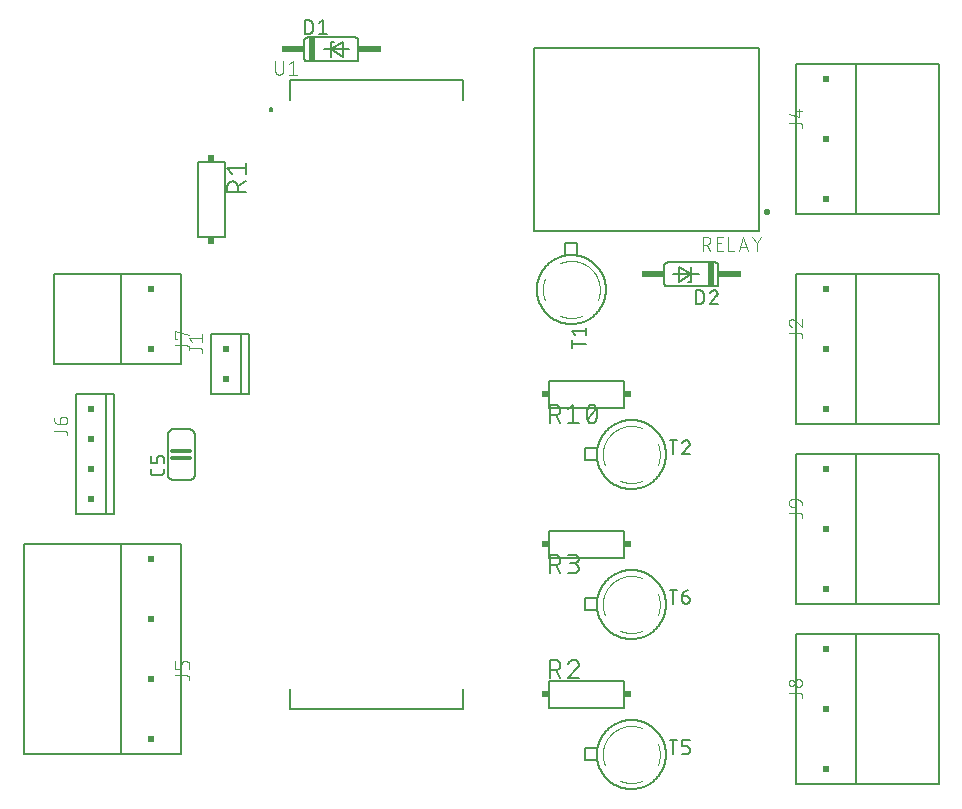
<source format=gbr>
G04 EAGLE Gerber RS-274X export*
G75*
%MOMM*%
%FSLAX34Y34*%
%LPD*%
%INSilkscreen Top*%
%IPPOS*%
%AMOC8*
5,1,8,0,0,1.08239X$1,22.5*%
G01*
%ADD10C,0.127000*%
%ADD11C,0.200000*%
%ADD12C,0.101600*%
%ADD13C,0.152400*%
%ADD14R,0.508000X0.508000*%
%ADD15C,0.300000*%
%ADD16R,0.508000X2.032000*%
%ADD17R,1.905000X0.508000*%
%ADD18C,0.050800*%
%ADD19C,0.304800*%
%ADD20R,0.555000X0.600000*%
%ADD21C,0.177800*%
%ADD22R,0.600000X0.555000*%


D10*
X231300Y634300D02*
X378300Y634300D01*
X378300Y102300D02*
X231300Y102300D01*
X231300Y617800D02*
X231300Y634300D01*
X378300Y634300D02*
X378300Y617800D01*
X231300Y118800D02*
X231300Y102300D01*
X378300Y102300D02*
X378300Y118800D01*
D11*
X214625Y609600D02*
X214627Y609663D01*
X214633Y609725D01*
X214643Y609787D01*
X214656Y609849D01*
X214674Y609909D01*
X214695Y609968D01*
X214720Y610026D01*
X214749Y610082D01*
X214781Y610136D01*
X214816Y610188D01*
X214854Y610237D01*
X214896Y610285D01*
X214940Y610329D01*
X214988Y610371D01*
X215037Y610409D01*
X215089Y610444D01*
X215143Y610476D01*
X215199Y610505D01*
X215257Y610530D01*
X215316Y610551D01*
X215376Y610569D01*
X215438Y610582D01*
X215500Y610592D01*
X215562Y610598D01*
X215625Y610600D01*
X215688Y610598D01*
X215750Y610592D01*
X215812Y610582D01*
X215874Y610569D01*
X215934Y610551D01*
X215993Y610530D01*
X216051Y610505D01*
X216107Y610476D01*
X216161Y610444D01*
X216213Y610409D01*
X216262Y610371D01*
X216310Y610329D01*
X216354Y610285D01*
X216396Y610237D01*
X216434Y610188D01*
X216469Y610136D01*
X216501Y610082D01*
X216530Y610026D01*
X216555Y609968D01*
X216576Y609909D01*
X216594Y609849D01*
X216607Y609787D01*
X216617Y609725D01*
X216623Y609663D01*
X216625Y609600D01*
X216623Y609537D01*
X216617Y609475D01*
X216607Y609413D01*
X216594Y609351D01*
X216576Y609291D01*
X216555Y609232D01*
X216530Y609174D01*
X216501Y609118D01*
X216469Y609064D01*
X216434Y609012D01*
X216396Y608963D01*
X216354Y608915D01*
X216310Y608871D01*
X216262Y608829D01*
X216213Y608791D01*
X216161Y608756D01*
X216107Y608724D01*
X216051Y608695D01*
X215993Y608670D01*
X215934Y608649D01*
X215874Y608631D01*
X215812Y608618D01*
X215750Y608608D01*
X215688Y608602D01*
X215625Y608600D01*
X215562Y608602D01*
X215500Y608608D01*
X215438Y608618D01*
X215376Y608631D01*
X215316Y608649D01*
X215257Y608670D01*
X215199Y608695D01*
X215143Y608724D01*
X215089Y608756D01*
X215037Y608791D01*
X214988Y608829D01*
X214940Y608871D01*
X214896Y608915D01*
X214854Y608963D01*
X214816Y609012D01*
X214781Y609064D01*
X214749Y609118D01*
X214720Y609174D01*
X214695Y609232D01*
X214674Y609291D01*
X214656Y609351D01*
X214643Y609413D01*
X214633Y609475D01*
X214627Y609537D01*
X214625Y609600D01*
D12*
X219225Y642317D02*
X219225Y650764D01*
X219225Y642317D02*
X219227Y642205D01*
X219233Y642093D01*
X219242Y641981D01*
X219256Y641870D01*
X219273Y641759D01*
X219294Y641649D01*
X219319Y641539D01*
X219348Y641431D01*
X219381Y641324D01*
X219417Y641217D01*
X219456Y641113D01*
X219500Y641009D01*
X219547Y640907D01*
X219597Y640807D01*
X219651Y640709D01*
X219708Y640612D01*
X219769Y640518D01*
X219832Y640425D01*
X219899Y640335D01*
X219969Y640248D01*
X220042Y640163D01*
X220118Y640080D01*
X220197Y640000D01*
X220278Y639923D01*
X220362Y639848D01*
X220448Y639777D01*
X220537Y639708D01*
X220628Y639643D01*
X220722Y639581D01*
X220817Y639522D01*
X220915Y639467D01*
X221014Y639415D01*
X221115Y639366D01*
X221218Y639321D01*
X221322Y639279D01*
X221427Y639241D01*
X221534Y639207D01*
X221642Y639176D01*
X221751Y639149D01*
X221861Y639126D01*
X221971Y639107D01*
X222082Y639092D01*
X222194Y639080D01*
X222306Y639072D01*
X222418Y639068D01*
X222530Y639068D01*
X222642Y639072D01*
X222754Y639080D01*
X222866Y639092D01*
X222977Y639107D01*
X223087Y639126D01*
X223197Y639149D01*
X223306Y639176D01*
X223414Y639207D01*
X223521Y639241D01*
X223626Y639279D01*
X223730Y639321D01*
X223833Y639366D01*
X223934Y639415D01*
X224033Y639467D01*
X224131Y639522D01*
X224226Y639581D01*
X224320Y639643D01*
X224411Y639708D01*
X224500Y639777D01*
X224586Y639848D01*
X224670Y639923D01*
X224751Y640000D01*
X224830Y640080D01*
X224906Y640163D01*
X224979Y640248D01*
X225049Y640335D01*
X225116Y640425D01*
X225179Y640518D01*
X225240Y640612D01*
X225297Y640709D01*
X225351Y640807D01*
X225401Y640907D01*
X225448Y641009D01*
X225492Y641113D01*
X225531Y641217D01*
X225567Y641324D01*
X225600Y641431D01*
X225629Y641539D01*
X225654Y641649D01*
X225675Y641759D01*
X225692Y641870D01*
X225706Y641981D01*
X225715Y642093D01*
X225721Y642205D01*
X225723Y642317D01*
X225723Y650764D01*
X231047Y648165D02*
X234296Y650764D01*
X234296Y639068D01*
X231047Y639068D02*
X237545Y639068D01*
D13*
X660400Y469900D02*
X711200Y469900D01*
X711200Y342900D01*
X660400Y342900D01*
X660400Y469900D01*
X711200Y469900D02*
X781050Y469900D01*
X781050Y342900D01*
X711200Y342900D01*
D14*
X685800Y406400D03*
X685800Y457200D03*
X685800Y355600D03*
D12*
X662884Y420290D02*
X653796Y420290D01*
X662884Y420289D02*
X662983Y420287D01*
X663083Y420281D01*
X663182Y420272D01*
X663280Y420259D01*
X663378Y420242D01*
X663476Y420221D01*
X663572Y420196D01*
X663667Y420168D01*
X663761Y420136D01*
X663854Y420101D01*
X663946Y420062D01*
X664036Y420019D01*
X664124Y419974D01*
X664211Y419924D01*
X664295Y419872D01*
X664378Y419816D01*
X664458Y419758D01*
X664536Y419696D01*
X664611Y419631D01*
X664684Y419563D01*
X664754Y419493D01*
X664822Y419420D01*
X664887Y419345D01*
X664949Y419267D01*
X665007Y419187D01*
X665063Y419104D01*
X665115Y419020D01*
X665165Y418933D01*
X665210Y418845D01*
X665253Y418755D01*
X665292Y418663D01*
X665327Y418570D01*
X665359Y418476D01*
X665387Y418381D01*
X665412Y418285D01*
X665433Y418187D01*
X665450Y418089D01*
X665463Y417991D01*
X665472Y417892D01*
X665478Y417792D01*
X665480Y417693D01*
X665480Y416395D01*
X653796Y429133D02*
X653798Y429240D01*
X653804Y429346D01*
X653814Y429452D01*
X653827Y429558D01*
X653845Y429664D01*
X653866Y429768D01*
X653891Y429872D01*
X653920Y429975D01*
X653952Y430076D01*
X653989Y430176D01*
X654029Y430275D01*
X654072Y430373D01*
X654119Y430469D01*
X654170Y430563D01*
X654224Y430655D01*
X654281Y430745D01*
X654341Y430833D01*
X654405Y430918D01*
X654472Y431001D01*
X654542Y431082D01*
X654614Y431160D01*
X654690Y431236D01*
X654768Y431308D01*
X654849Y431378D01*
X654932Y431445D01*
X655017Y431509D01*
X655105Y431569D01*
X655195Y431626D01*
X655287Y431680D01*
X655381Y431731D01*
X655477Y431778D01*
X655575Y431821D01*
X655674Y431861D01*
X655774Y431898D01*
X655875Y431930D01*
X655978Y431959D01*
X656082Y431984D01*
X656186Y432005D01*
X656292Y432023D01*
X656398Y432036D01*
X656504Y432046D01*
X656610Y432052D01*
X656717Y432054D01*
X653796Y429133D02*
X653798Y429012D01*
X653804Y428891D01*
X653814Y428771D01*
X653827Y428650D01*
X653845Y428531D01*
X653866Y428411D01*
X653891Y428293D01*
X653920Y428176D01*
X653953Y428059D01*
X653989Y427944D01*
X654030Y427830D01*
X654073Y427717D01*
X654121Y427605D01*
X654172Y427496D01*
X654227Y427388D01*
X654285Y427281D01*
X654346Y427177D01*
X654411Y427075D01*
X654479Y426975D01*
X654550Y426877D01*
X654624Y426781D01*
X654701Y426688D01*
X654782Y426598D01*
X654865Y426510D01*
X654951Y426425D01*
X655040Y426342D01*
X655131Y426263D01*
X655225Y426186D01*
X655321Y426113D01*
X655419Y426043D01*
X655520Y425976D01*
X655623Y425912D01*
X655728Y425852D01*
X655835Y425794D01*
X655943Y425741D01*
X656053Y425691D01*
X656165Y425645D01*
X656278Y425602D01*
X656393Y425563D01*
X658989Y431080D02*
X658911Y431159D01*
X658831Y431235D01*
X658748Y431308D01*
X658662Y431378D01*
X658575Y431445D01*
X658484Y431509D01*
X658392Y431569D01*
X658298Y431627D01*
X658201Y431681D01*
X658103Y431731D01*
X658003Y431778D01*
X657902Y431822D01*
X657799Y431862D01*
X657694Y431898D01*
X657589Y431930D01*
X657482Y431959D01*
X657375Y431984D01*
X657266Y432006D01*
X657157Y432023D01*
X657048Y432037D01*
X656938Y432046D01*
X656827Y432052D01*
X656717Y432054D01*
X658989Y431080D02*
X665480Y425563D01*
X665480Y432054D01*
D13*
X660400Y647700D02*
X711200Y647700D01*
X711200Y520700D01*
X660400Y520700D01*
X660400Y647700D01*
X711200Y647700D02*
X781050Y647700D01*
X781050Y520700D01*
X711200Y520700D01*
D14*
X685800Y584200D03*
X685800Y635000D03*
X685800Y533400D03*
D12*
X662884Y598090D02*
X653796Y598090D01*
X662884Y598089D02*
X662983Y598087D01*
X663083Y598081D01*
X663182Y598072D01*
X663280Y598059D01*
X663378Y598042D01*
X663476Y598021D01*
X663572Y597996D01*
X663667Y597968D01*
X663761Y597936D01*
X663854Y597901D01*
X663946Y597862D01*
X664036Y597819D01*
X664124Y597774D01*
X664211Y597724D01*
X664295Y597672D01*
X664378Y597616D01*
X664458Y597558D01*
X664536Y597496D01*
X664611Y597431D01*
X664684Y597363D01*
X664754Y597293D01*
X664822Y597220D01*
X664887Y597145D01*
X664949Y597067D01*
X665007Y596987D01*
X665063Y596904D01*
X665115Y596820D01*
X665165Y596733D01*
X665210Y596645D01*
X665253Y596555D01*
X665292Y596463D01*
X665327Y596370D01*
X665359Y596276D01*
X665387Y596181D01*
X665412Y596085D01*
X665433Y595987D01*
X665450Y595889D01*
X665463Y595791D01*
X665472Y595692D01*
X665478Y595592D01*
X665480Y595493D01*
X665480Y594195D01*
X662884Y603363D02*
X653796Y605959D01*
X662884Y603363D02*
X662884Y609854D01*
X660287Y607907D02*
X665480Y607907D01*
D13*
X139700Y63500D02*
X88900Y63500D01*
X88900Y241300D01*
X139700Y241300D01*
X139700Y63500D01*
X88900Y63500D02*
X6350Y63500D01*
X6350Y241300D01*
X88900Y241300D01*
D14*
X114300Y127000D03*
X114300Y76200D03*
X114300Y177800D03*
X114300Y228600D03*
D12*
X134620Y130641D02*
X143708Y130641D01*
X143708Y130640D02*
X143807Y130638D01*
X143907Y130632D01*
X144006Y130623D01*
X144104Y130610D01*
X144202Y130593D01*
X144300Y130572D01*
X144396Y130547D01*
X144491Y130519D01*
X144585Y130487D01*
X144678Y130452D01*
X144770Y130413D01*
X144860Y130370D01*
X144948Y130325D01*
X145035Y130275D01*
X145119Y130223D01*
X145202Y130167D01*
X145282Y130109D01*
X145360Y130047D01*
X145435Y129982D01*
X145508Y129914D01*
X145578Y129844D01*
X145646Y129771D01*
X145711Y129696D01*
X145773Y129618D01*
X145831Y129538D01*
X145887Y129455D01*
X145939Y129371D01*
X145989Y129284D01*
X146034Y129196D01*
X146077Y129106D01*
X146116Y129014D01*
X146151Y128921D01*
X146183Y128827D01*
X146211Y128732D01*
X146236Y128636D01*
X146257Y128538D01*
X146274Y128440D01*
X146287Y128342D01*
X146296Y128243D01*
X146302Y128143D01*
X146304Y128044D01*
X146304Y126746D01*
X146304Y135914D02*
X146304Y139809D01*
X146302Y139908D01*
X146296Y140008D01*
X146287Y140107D01*
X146274Y140205D01*
X146257Y140303D01*
X146236Y140401D01*
X146211Y140497D01*
X146183Y140592D01*
X146151Y140686D01*
X146116Y140779D01*
X146077Y140871D01*
X146034Y140961D01*
X145989Y141049D01*
X145939Y141136D01*
X145887Y141220D01*
X145831Y141303D01*
X145773Y141383D01*
X145711Y141461D01*
X145646Y141536D01*
X145578Y141609D01*
X145508Y141679D01*
X145435Y141747D01*
X145360Y141812D01*
X145282Y141874D01*
X145202Y141932D01*
X145119Y141988D01*
X145035Y142040D01*
X144948Y142090D01*
X144860Y142135D01*
X144770Y142178D01*
X144678Y142217D01*
X144585Y142252D01*
X144491Y142284D01*
X144396Y142312D01*
X144300Y142337D01*
X144202Y142358D01*
X144104Y142375D01*
X144006Y142388D01*
X143907Y142397D01*
X143807Y142403D01*
X143708Y142405D01*
X142409Y142405D01*
X142310Y142403D01*
X142210Y142397D01*
X142111Y142388D01*
X142013Y142375D01*
X141915Y142358D01*
X141817Y142337D01*
X141721Y142312D01*
X141626Y142284D01*
X141532Y142252D01*
X141439Y142217D01*
X141347Y142178D01*
X141257Y142135D01*
X141169Y142090D01*
X141082Y142040D01*
X140998Y141988D01*
X140915Y141932D01*
X140835Y141874D01*
X140757Y141812D01*
X140682Y141747D01*
X140609Y141679D01*
X140539Y141609D01*
X140471Y141536D01*
X140406Y141461D01*
X140344Y141383D01*
X140286Y141303D01*
X140230Y141220D01*
X140178Y141136D01*
X140128Y141049D01*
X140083Y140961D01*
X140040Y140871D01*
X140001Y140779D01*
X139966Y140686D01*
X139934Y140592D01*
X139906Y140497D01*
X139881Y140401D01*
X139860Y140303D01*
X139843Y140205D01*
X139830Y140107D01*
X139821Y140008D01*
X139815Y139908D01*
X139813Y139809D01*
X139813Y135914D01*
X134620Y135914D01*
X134620Y142405D01*
D13*
X76200Y368300D02*
X50800Y368300D01*
X76200Y368300D02*
X76200Y266700D01*
X50800Y266700D01*
X50800Y368300D01*
X76200Y368300D02*
X82550Y368300D01*
X82550Y266700D01*
X76200Y266700D01*
D14*
X63500Y330200D03*
X63500Y304800D03*
X63500Y279400D03*
X63500Y355600D03*
D12*
X40584Y337740D02*
X31496Y337740D01*
X40584Y337739D02*
X40683Y337737D01*
X40783Y337731D01*
X40882Y337722D01*
X40980Y337709D01*
X41078Y337692D01*
X41176Y337671D01*
X41272Y337646D01*
X41367Y337618D01*
X41461Y337586D01*
X41554Y337551D01*
X41646Y337512D01*
X41736Y337469D01*
X41824Y337424D01*
X41911Y337374D01*
X41995Y337322D01*
X42078Y337266D01*
X42158Y337208D01*
X42236Y337146D01*
X42311Y337081D01*
X42384Y337013D01*
X42454Y336943D01*
X42522Y336870D01*
X42587Y336795D01*
X42649Y336717D01*
X42707Y336637D01*
X42763Y336554D01*
X42815Y336470D01*
X42865Y336383D01*
X42910Y336295D01*
X42953Y336205D01*
X42992Y336113D01*
X43027Y336020D01*
X43059Y335926D01*
X43087Y335831D01*
X43112Y335735D01*
X43133Y335637D01*
X43150Y335539D01*
X43163Y335441D01*
X43172Y335342D01*
X43178Y335242D01*
X43180Y335143D01*
X43180Y333845D01*
X36689Y343013D02*
X36689Y346908D01*
X36691Y347007D01*
X36697Y347107D01*
X36706Y347206D01*
X36719Y347304D01*
X36736Y347402D01*
X36757Y347500D01*
X36782Y347596D01*
X36810Y347691D01*
X36842Y347785D01*
X36877Y347878D01*
X36916Y347970D01*
X36959Y348060D01*
X37004Y348148D01*
X37054Y348235D01*
X37106Y348319D01*
X37162Y348402D01*
X37220Y348482D01*
X37282Y348560D01*
X37347Y348635D01*
X37415Y348708D01*
X37485Y348778D01*
X37558Y348846D01*
X37633Y348911D01*
X37711Y348973D01*
X37791Y349031D01*
X37874Y349087D01*
X37958Y349139D01*
X38045Y349189D01*
X38133Y349234D01*
X38223Y349277D01*
X38315Y349316D01*
X38408Y349351D01*
X38502Y349383D01*
X38597Y349411D01*
X38693Y349436D01*
X38791Y349457D01*
X38889Y349474D01*
X38987Y349487D01*
X39086Y349496D01*
X39186Y349502D01*
X39285Y349504D01*
X39934Y349504D01*
X40047Y349502D01*
X40160Y349496D01*
X40273Y349486D01*
X40386Y349472D01*
X40498Y349455D01*
X40609Y349433D01*
X40719Y349408D01*
X40829Y349378D01*
X40937Y349345D01*
X41044Y349308D01*
X41150Y349268D01*
X41254Y349223D01*
X41357Y349175D01*
X41458Y349124D01*
X41557Y349069D01*
X41654Y349011D01*
X41749Y348949D01*
X41842Y348884D01*
X41932Y348816D01*
X42020Y348745D01*
X42106Y348670D01*
X42189Y348593D01*
X42269Y348513D01*
X42346Y348430D01*
X42421Y348344D01*
X42492Y348256D01*
X42560Y348166D01*
X42625Y348073D01*
X42687Y347978D01*
X42745Y347881D01*
X42800Y347782D01*
X42851Y347681D01*
X42899Y347578D01*
X42944Y347474D01*
X42984Y347368D01*
X43021Y347261D01*
X43054Y347153D01*
X43084Y347043D01*
X43109Y346933D01*
X43131Y346822D01*
X43148Y346710D01*
X43162Y346597D01*
X43172Y346484D01*
X43178Y346371D01*
X43180Y346258D01*
X43178Y346145D01*
X43172Y346032D01*
X43162Y345919D01*
X43148Y345806D01*
X43131Y345694D01*
X43109Y345583D01*
X43084Y345473D01*
X43054Y345363D01*
X43021Y345255D01*
X42984Y345148D01*
X42944Y345042D01*
X42899Y344938D01*
X42851Y344835D01*
X42800Y344734D01*
X42745Y344635D01*
X42687Y344538D01*
X42625Y344443D01*
X42560Y344350D01*
X42492Y344260D01*
X42421Y344172D01*
X42346Y344086D01*
X42269Y344003D01*
X42189Y343923D01*
X42106Y343846D01*
X42020Y343771D01*
X41932Y343700D01*
X41842Y343632D01*
X41749Y343567D01*
X41654Y343505D01*
X41557Y343447D01*
X41458Y343392D01*
X41357Y343341D01*
X41254Y343293D01*
X41150Y343248D01*
X41044Y343208D01*
X40937Y343171D01*
X40829Y343138D01*
X40719Y343108D01*
X40609Y343083D01*
X40498Y343061D01*
X40386Y343044D01*
X40273Y343030D01*
X40160Y343020D01*
X40047Y343014D01*
X39934Y343012D01*
X39934Y343013D02*
X36689Y343013D01*
X36546Y343015D01*
X36403Y343021D01*
X36260Y343031D01*
X36118Y343045D01*
X35976Y343062D01*
X35834Y343084D01*
X35693Y343109D01*
X35553Y343139D01*
X35414Y343172D01*
X35276Y343209D01*
X35139Y343250D01*
X35003Y343294D01*
X34868Y343343D01*
X34735Y343395D01*
X34603Y343450D01*
X34473Y343510D01*
X34344Y343573D01*
X34217Y343639D01*
X34093Y343709D01*
X33970Y343782D01*
X33849Y343859D01*
X33730Y343938D01*
X33614Y344022D01*
X33499Y344108D01*
X33388Y344197D01*
X33279Y344290D01*
X33172Y344385D01*
X33068Y344484D01*
X32967Y344585D01*
X32868Y344689D01*
X32773Y344795D01*
X32680Y344905D01*
X32591Y345016D01*
X32505Y345130D01*
X32422Y345247D01*
X32342Y345366D01*
X32265Y345487D01*
X32192Y345609D01*
X32122Y345734D01*
X32056Y345861D01*
X31993Y345990D01*
X31933Y346120D01*
X31878Y346252D01*
X31826Y346385D01*
X31777Y346520D01*
X31733Y346656D01*
X31692Y346793D01*
X31655Y346931D01*
X31622Y347070D01*
X31592Y347210D01*
X31567Y347351D01*
X31545Y347493D01*
X31528Y347635D01*
X31514Y347777D01*
X31504Y347920D01*
X31498Y348063D01*
X31496Y348206D01*
D10*
X628900Y506700D02*
X628900Y661700D01*
X628900Y506700D02*
X437900Y506700D01*
X437900Y661700D01*
X628900Y661700D01*
D15*
X634400Y523010D02*
X634402Y523073D01*
X634408Y523135D01*
X634418Y523197D01*
X634431Y523259D01*
X634449Y523319D01*
X634470Y523378D01*
X634495Y523436D01*
X634524Y523492D01*
X634556Y523546D01*
X634591Y523598D01*
X634629Y523647D01*
X634671Y523695D01*
X634715Y523739D01*
X634763Y523781D01*
X634812Y523819D01*
X634864Y523854D01*
X634918Y523886D01*
X634974Y523915D01*
X635032Y523940D01*
X635091Y523961D01*
X635151Y523979D01*
X635213Y523992D01*
X635275Y524002D01*
X635337Y524008D01*
X635400Y524010D01*
X635463Y524008D01*
X635525Y524002D01*
X635587Y523992D01*
X635649Y523979D01*
X635709Y523961D01*
X635768Y523940D01*
X635826Y523915D01*
X635882Y523886D01*
X635936Y523854D01*
X635988Y523819D01*
X636037Y523781D01*
X636085Y523739D01*
X636129Y523695D01*
X636171Y523647D01*
X636209Y523598D01*
X636244Y523546D01*
X636276Y523492D01*
X636305Y523436D01*
X636330Y523378D01*
X636351Y523319D01*
X636369Y523259D01*
X636382Y523197D01*
X636392Y523135D01*
X636398Y523073D01*
X636400Y523010D01*
X636398Y522947D01*
X636392Y522885D01*
X636382Y522823D01*
X636369Y522761D01*
X636351Y522701D01*
X636330Y522642D01*
X636305Y522584D01*
X636276Y522528D01*
X636244Y522474D01*
X636209Y522422D01*
X636171Y522373D01*
X636129Y522325D01*
X636085Y522281D01*
X636037Y522239D01*
X635988Y522201D01*
X635936Y522166D01*
X635882Y522134D01*
X635826Y522105D01*
X635768Y522080D01*
X635709Y522059D01*
X635649Y522041D01*
X635587Y522028D01*
X635525Y522018D01*
X635463Y522012D01*
X635400Y522010D01*
X635337Y522012D01*
X635275Y522018D01*
X635213Y522028D01*
X635151Y522041D01*
X635091Y522059D01*
X635032Y522080D01*
X634974Y522105D01*
X634918Y522134D01*
X634864Y522166D01*
X634812Y522201D01*
X634763Y522239D01*
X634715Y522281D01*
X634671Y522325D01*
X634629Y522373D01*
X634591Y522422D01*
X634556Y522474D01*
X634524Y522528D01*
X634495Y522584D01*
X634470Y522642D01*
X634449Y522701D01*
X634431Y522761D01*
X634418Y522823D01*
X634408Y522885D01*
X634402Y522947D01*
X634400Y523010D01*
D12*
X581158Y501684D02*
X581158Y489999D01*
X581158Y501684D02*
X584404Y501684D01*
X584517Y501682D01*
X584630Y501676D01*
X584743Y501666D01*
X584856Y501652D01*
X584968Y501635D01*
X585079Y501613D01*
X585189Y501588D01*
X585299Y501558D01*
X585407Y501525D01*
X585514Y501488D01*
X585620Y501448D01*
X585724Y501403D01*
X585827Y501355D01*
X585928Y501304D01*
X586027Y501249D01*
X586124Y501191D01*
X586219Y501129D01*
X586312Y501064D01*
X586402Y500996D01*
X586490Y500925D01*
X586576Y500850D01*
X586659Y500773D01*
X586739Y500693D01*
X586816Y500610D01*
X586891Y500524D01*
X586962Y500436D01*
X587030Y500346D01*
X587095Y500253D01*
X587157Y500158D01*
X587215Y500061D01*
X587270Y499962D01*
X587321Y499861D01*
X587369Y499758D01*
X587414Y499654D01*
X587454Y499548D01*
X587491Y499441D01*
X587524Y499333D01*
X587554Y499223D01*
X587579Y499113D01*
X587601Y499002D01*
X587618Y498890D01*
X587632Y498777D01*
X587642Y498664D01*
X587648Y498551D01*
X587650Y498438D01*
X587648Y498325D01*
X587642Y498212D01*
X587632Y498099D01*
X587618Y497986D01*
X587601Y497874D01*
X587579Y497763D01*
X587554Y497653D01*
X587524Y497543D01*
X587491Y497435D01*
X587454Y497328D01*
X587414Y497222D01*
X587369Y497118D01*
X587321Y497015D01*
X587270Y496914D01*
X587215Y496815D01*
X587157Y496718D01*
X587095Y496623D01*
X587030Y496530D01*
X586962Y496440D01*
X586891Y496352D01*
X586816Y496266D01*
X586739Y496183D01*
X586659Y496103D01*
X586576Y496026D01*
X586490Y495951D01*
X586402Y495880D01*
X586312Y495812D01*
X586219Y495747D01*
X586124Y495685D01*
X586027Y495627D01*
X585928Y495572D01*
X585827Y495521D01*
X585724Y495473D01*
X585620Y495428D01*
X585514Y495388D01*
X585407Y495351D01*
X585299Y495318D01*
X585189Y495288D01*
X585079Y495263D01*
X584968Y495241D01*
X584856Y495224D01*
X584743Y495210D01*
X584630Y495200D01*
X584517Y495194D01*
X584404Y495192D01*
X581158Y495192D01*
X585053Y495192D02*
X587650Y489999D01*
X592919Y489999D02*
X598113Y489999D01*
X592919Y489999D02*
X592919Y501684D01*
X598113Y501684D01*
X596814Y496491D02*
X592919Y496491D01*
X602826Y501684D02*
X602826Y489999D01*
X608019Y489999D01*
X611680Y489999D02*
X615575Y501684D01*
X619470Y489999D01*
X618496Y492920D02*
X612654Y492920D01*
X623111Y501684D02*
X627006Y496166D01*
X630901Y501684D01*
X627006Y496166D02*
X627006Y489999D01*
D13*
X266700Y660400D02*
X260350Y660400D01*
X276860Y666750D02*
X276860Y654050D01*
X266700Y660400D01*
X281940Y660400D01*
X276860Y666750D02*
X266700Y660400D01*
X266700Y654050D01*
X266700Y666750D02*
X269240Y666750D01*
X266700Y666750D02*
X266700Y660400D01*
X287020Y670560D02*
X287120Y670558D01*
X287219Y670552D01*
X287319Y670542D01*
X287417Y670529D01*
X287516Y670511D01*
X287613Y670490D01*
X287709Y670465D01*
X287805Y670436D01*
X287899Y670403D01*
X287992Y670367D01*
X288083Y670327D01*
X288173Y670283D01*
X288261Y670236D01*
X288347Y670186D01*
X288431Y670132D01*
X288513Y670075D01*
X288592Y670015D01*
X288670Y669951D01*
X288744Y669885D01*
X288816Y669816D01*
X288885Y669744D01*
X288951Y669670D01*
X289015Y669592D01*
X289075Y669513D01*
X289132Y669431D01*
X289186Y669347D01*
X289236Y669261D01*
X289283Y669173D01*
X289327Y669083D01*
X289367Y668992D01*
X289403Y668899D01*
X289436Y668805D01*
X289465Y668709D01*
X289490Y668613D01*
X289511Y668516D01*
X289529Y668417D01*
X289542Y668319D01*
X289552Y668219D01*
X289558Y668120D01*
X289560Y668020D01*
X246380Y670560D02*
X246280Y670558D01*
X246181Y670552D01*
X246081Y670542D01*
X245983Y670529D01*
X245884Y670511D01*
X245787Y670490D01*
X245691Y670465D01*
X245595Y670436D01*
X245501Y670403D01*
X245408Y670367D01*
X245317Y670327D01*
X245227Y670283D01*
X245139Y670236D01*
X245053Y670186D01*
X244969Y670132D01*
X244887Y670075D01*
X244808Y670015D01*
X244730Y669951D01*
X244656Y669885D01*
X244584Y669816D01*
X244515Y669744D01*
X244449Y669670D01*
X244385Y669592D01*
X244325Y669513D01*
X244268Y669431D01*
X244214Y669347D01*
X244164Y669261D01*
X244117Y669173D01*
X244073Y669083D01*
X244033Y668992D01*
X243997Y668899D01*
X243964Y668805D01*
X243935Y668709D01*
X243910Y668613D01*
X243889Y668516D01*
X243871Y668417D01*
X243858Y668319D01*
X243848Y668219D01*
X243842Y668120D01*
X243840Y668020D01*
X243840Y652780D02*
X243842Y652680D01*
X243848Y652581D01*
X243858Y652481D01*
X243871Y652383D01*
X243889Y652284D01*
X243910Y652187D01*
X243935Y652091D01*
X243964Y651995D01*
X243997Y651901D01*
X244033Y651808D01*
X244073Y651717D01*
X244117Y651627D01*
X244164Y651539D01*
X244214Y651453D01*
X244268Y651369D01*
X244325Y651287D01*
X244385Y651208D01*
X244449Y651130D01*
X244515Y651056D01*
X244584Y650984D01*
X244656Y650915D01*
X244730Y650849D01*
X244808Y650785D01*
X244887Y650725D01*
X244969Y650668D01*
X245053Y650614D01*
X245139Y650564D01*
X245227Y650517D01*
X245317Y650473D01*
X245408Y650433D01*
X245501Y650397D01*
X245595Y650364D01*
X245691Y650335D01*
X245787Y650310D01*
X245884Y650289D01*
X245983Y650271D01*
X246081Y650258D01*
X246181Y650248D01*
X246280Y650242D01*
X246380Y650240D01*
X287020Y650240D02*
X287120Y650242D01*
X287219Y650248D01*
X287319Y650258D01*
X287417Y650271D01*
X287516Y650289D01*
X287613Y650310D01*
X287709Y650335D01*
X287805Y650364D01*
X287899Y650397D01*
X287992Y650433D01*
X288083Y650473D01*
X288173Y650517D01*
X288261Y650564D01*
X288347Y650614D01*
X288431Y650668D01*
X288513Y650725D01*
X288592Y650785D01*
X288670Y650849D01*
X288744Y650915D01*
X288816Y650984D01*
X288885Y651056D01*
X288951Y651130D01*
X289015Y651208D01*
X289075Y651287D01*
X289132Y651369D01*
X289186Y651453D01*
X289236Y651539D01*
X289283Y651627D01*
X289327Y651717D01*
X289367Y651808D01*
X289403Y651901D01*
X289436Y651995D01*
X289465Y652091D01*
X289490Y652187D01*
X289511Y652284D01*
X289529Y652383D01*
X289542Y652481D01*
X289552Y652581D01*
X289558Y652680D01*
X289560Y652780D01*
X289560Y668020D01*
X243840Y668020D02*
X243840Y652780D01*
X246380Y670560D02*
X287020Y670560D01*
X287020Y650240D02*
X246380Y650240D01*
D16*
X250190Y660400D03*
D17*
X299085Y660400D03*
X234315Y660400D03*
D10*
X244475Y673735D02*
X244475Y685165D01*
X247650Y685165D01*
X247761Y685163D01*
X247871Y685157D01*
X247982Y685148D01*
X248092Y685134D01*
X248201Y685117D01*
X248310Y685096D01*
X248418Y685071D01*
X248525Y685042D01*
X248631Y685010D01*
X248736Y684974D01*
X248839Y684934D01*
X248941Y684891D01*
X249042Y684844D01*
X249141Y684793D01*
X249238Y684740D01*
X249332Y684683D01*
X249425Y684622D01*
X249516Y684559D01*
X249605Y684492D01*
X249691Y684422D01*
X249774Y684349D01*
X249856Y684274D01*
X249934Y684196D01*
X250009Y684114D01*
X250082Y684031D01*
X250152Y683945D01*
X250219Y683856D01*
X250282Y683765D01*
X250343Y683672D01*
X250400Y683578D01*
X250453Y683481D01*
X250504Y683382D01*
X250551Y683281D01*
X250594Y683179D01*
X250634Y683076D01*
X250670Y682971D01*
X250702Y682865D01*
X250731Y682758D01*
X250756Y682650D01*
X250777Y682541D01*
X250794Y682432D01*
X250808Y682322D01*
X250817Y682211D01*
X250823Y682101D01*
X250825Y681990D01*
X250825Y676910D01*
X250823Y676799D01*
X250817Y676689D01*
X250808Y676578D01*
X250794Y676468D01*
X250777Y676359D01*
X250756Y676250D01*
X250731Y676142D01*
X250702Y676035D01*
X250670Y675929D01*
X250634Y675824D01*
X250594Y675721D01*
X250551Y675619D01*
X250504Y675518D01*
X250453Y675419D01*
X250400Y675323D01*
X250343Y675228D01*
X250282Y675135D01*
X250219Y675044D01*
X250152Y674955D01*
X250082Y674869D01*
X250009Y674786D01*
X249934Y674704D01*
X249856Y674626D01*
X249774Y674551D01*
X249691Y674478D01*
X249605Y674408D01*
X249516Y674341D01*
X249425Y674278D01*
X249332Y674217D01*
X249237Y674160D01*
X249141Y674107D01*
X249042Y674056D01*
X248941Y674009D01*
X248839Y673966D01*
X248736Y673926D01*
X248631Y673890D01*
X248525Y673858D01*
X248418Y673829D01*
X248310Y673804D01*
X248201Y673783D01*
X248092Y673766D01*
X247982Y673752D01*
X247871Y673743D01*
X247761Y673737D01*
X247650Y673735D01*
X244475Y673735D01*
X256286Y682625D02*
X259461Y685165D01*
X259461Y673735D01*
X256286Y673735D02*
X262636Y673735D01*
D13*
X571500Y469900D02*
X577850Y469900D01*
X561340Y463550D02*
X561340Y476250D01*
X571500Y469900D01*
X556260Y469900D01*
X561340Y463550D02*
X571500Y469900D01*
X571500Y476250D01*
X571500Y463550D02*
X568960Y463550D01*
X571500Y463550D02*
X571500Y469900D01*
X551180Y459740D02*
X551080Y459742D01*
X550981Y459748D01*
X550881Y459758D01*
X550783Y459771D01*
X550684Y459789D01*
X550587Y459810D01*
X550491Y459835D01*
X550395Y459864D01*
X550301Y459897D01*
X550208Y459933D01*
X550117Y459973D01*
X550027Y460017D01*
X549939Y460064D01*
X549853Y460114D01*
X549769Y460168D01*
X549687Y460225D01*
X549608Y460285D01*
X549530Y460349D01*
X549456Y460415D01*
X549384Y460484D01*
X549315Y460556D01*
X549249Y460630D01*
X549185Y460708D01*
X549125Y460787D01*
X549068Y460869D01*
X549014Y460953D01*
X548964Y461039D01*
X548917Y461127D01*
X548873Y461217D01*
X548833Y461308D01*
X548797Y461401D01*
X548764Y461495D01*
X548735Y461591D01*
X548710Y461687D01*
X548689Y461784D01*
X548671Y461883D01*
X548658Y461981D01*
X548648Y462081D01*
X548642Y462180D01*
X548640Y462280D01*
X591820Y459740D02*
X591920Y459742D01*
X592019Y459748D01*
X592119Y459758D01*
X592217Y459771D01*
X592316Y459789D01*
X592413Y459810D01*
X592509Y459835D01*
X592605Y459864D01*
X592699Y459897D01*
X592792Y459933D01*
X592883Y459973D01*
X592973Y460017D01*
X593061Y460064D01*
X593147Y460114D01*
X593231Y460168D01*
X593313Y460225D01*
X593392Y460285D01*
X593470Y460349D01*
X593544Y460415D01*
X593616Y460484D01*
X593685Y460556D01*
X593751Y460630D01*
X593815Y460708D01*
X593875Y460787D01*
X593932Y460869D01*
X593986Y460953D01*
X594036Y461039D01*
X594083Y461127D01*
X594127Y461217D01*
X594167Y461308D01*
X594203Y461401D01*
X594236Y461495D01*
X594265Y461591D01*
X594290Y461687D01*
X594311Y461784D01*
X594329Y461883D01*
X594342Y461981D01*
X594352Y462081D01*
X594358Y462180D01*
X594360Y462280D01*
X594360Y477520D02*
X594358Y477620D01*
X594352Y477719D01*
X594342Y477819D01*
X594329Y477917D01*
X594311Y478016D01*
X594290Y478113D01*
X594265Y478209D01*
X594236Y478305D01*
X594203Y478399D01*
X594167Y478492D01*
X594127Y478583D01*
X594083Y478673D01*
X594036Y478761D01*
X593986Y478847D01*
X593932Y478931D01*
X593875Y479013D01*
X593815Y479092D01*
X593751Y479170D01*
X593685Y479244D01*
X593616Y479316D01*
X593544Y479385D01*
X593470Y479451D01*
X593392Y479515D01*
X593313Y479575D01*
X593231Y479632D01*
X593147Y479686D01*
X593061Y479736D01*
X592973Y479783D01*
X592883Y479827D01*
X592792Y479867D01*
X592699Y479903D01*
X592605Y479936D01*
X592509Y479965D01*
X592413Y479990D01*
X592316Y480011D01*
X592217Y480029D01*
X592119Y480042D01*
X592019Y480052D01*
X591920Y480058D01*
X591820Y480060D01*
X551180Y480060D02*
X551080Y480058D01*
X550981Y480052D01*
X550881Y480042D01*
X550783Y480029D01*
X550684Y480011D01*
X550587Y479990D01*
X550491Y479965D01*
X550395Y479936D01*
X550301Y479903D01*
X550208Y479867D01*
X550117Y479827D01*
X550027Y479783D01*
X549939Y479736D01*
X549853Y479686D01*
X549769Y479632D01*
X549687Y479575D01*
X549608Y479515D01*
X549530Y479451D01*
X549456Y479385D01*
X549384Y479316D01*
X549315Y479244D01*
X549249Y479170D01*
X549185Y479092D01*
X549125Y479013D01*
X549068Y478931D01*
X549014Y478847D01*
X548964Y478761D01*
X548917Y478673D01*
X548873Y478583D01*
X548833Y478492D01*
X548797Y478399D01*
X548764Y478305D01*
X548735Y478209D01*
X548710Y478113D01*
X548689Y478016D01*
X548671Y477917D01*
X548658Y477819D01*
X548648Y477719D01*
X548642Y477620D01*
X548640Y477520D01*
X548640Y462280D01*
X594360Y462280D02*
X594360Y477520D01*
X591820Y459740D02*
X551180Y459740D01*
X551180Y480060D02*
X591820Y480060D01*
D16*
X588010Y469900D03*
D17*
X539115Y469900D03*
X603885Y469900D03*
D10*
X575564Y456565D02*
X575564Y445135D01*
X575564Y456565D02*
X578739Y456565D01*
X578850Y456563D01*
X578960Y456557D01*
X579071Y456548D01*
X579181Y456534D01*
X579290Y456517D01*
X579399Y456496D01*
X579507Y456471D01*
X579614Y456442D01*
X579720Y456410D01*
X579825Y456374D01*
X579928Y456334D01*
X580030Y456291D01*
X580131Y456244D01*
X580230Y456193D01*
X580327Y456140D01*
X580421Y456083D01*
X580514Y456022D01*
X580605Y455959D01*
X580694Y455892D01*
X580780Y455822D01*
X580863Y455749D01*
X580945Y455674D01*
X581023Y455596D01*
X581098Y455514D01*
X581171Y455431D01*
X581241Y455345D01*
X581308Y455256D01*
X581371Y455165D01*
X581432Y455072D01*
X581489Y454978D01*
X581542Y454881D01*
X581593Y454782D01*
X581640Y454681D01*
X581683Y454579D01*
X581723Y454476D01*
X581759Y454371D01*
X581791Y454265D01*
X581820Y454158D01*
X581845Y454050D01*
X581866Y453941D01*
X581883Y453832D01*
X581897Y453722D01*
X581906Y453611D01*
X581912Y453501D01*
X581914Y453390D01*
X581914Y448310D01*
X581912Y448199D01*
X581906Y448089D01*
X581897Y447978D01*
X581883Y447868D01*
X581866Y447759D01*
X581845Y447650D01*
X581820Y447542D01*
X581791Y447435D01*
X581759Y447329D01*
X581723Y447224D01*
X581683Y447121D01*
X581640Y447019D01*
X581593Y446918D01*
X581542Y446819D01*
X581489Y446722D01*
X581432Y446628D01*
X581371Y446535D01*
X581308Y446444D01*
X581241Y446355D01*
X581171Y446269D01*
X581098Y446186D01*
X581023Y446104D01*
X580945Y446026D01*
X580863Y445951D01*
X580780Y445878D01*
X580694Y445808D01*
X580605Y445741D01*
X580514Y445678D01*
X580421Y445617D01*
X580327Y445560D01*
X580230Y445507D01*
X580131Y445456D01*
X580030Y445409D01*
X579928Y445366D01*
X579825Y445326D01*
X579720Y445290D01*
X579614Y445258D01*
X579507Y445229D01*
X579399Y445204D01*
X579290Y445183D01*
X579181Y445166D01*
X579071Y445152D01*
X578960Y445143D01*
X578850Y445137D01*
X578739Y445135D01*
X575564Y445135D01*
X590868Y456566D02*
X590972Y456564D01*
X591077Y456558D01*
X591181Y456549D01*
X591284Y456536D01*
X591387Y456518D01*
X591489Y456498D01*
X591591Y456473D01*
X591691Y456445D01*
X591791Y456413D01*
X591889Y456377D01*
X591986Y456338D01*
X592081Y456296D01*
X592175Y456250D01*
X592267Y456200D01*
X592357Y456148D01*
X592445Y456092D01*
X592531Y456032D01*
X592615Y455970D01*
X592696Y455905D01*
X592775Y455837D01*
X592852Y455765D01*
X592925Y455692D01*
X592997Y455615D01*
X593065Y455536D01*
X593130Y455455D01*
X593192Y455371D01*
X593252Y455285D01*
X593308Y455197D01*
X593360Y455107D01*
X593410Y455015D01*
X593456Y454921D01*
X593498Y454826D01*
X593537Y454729D01*
X593573Y454631D01*
X593605Y454531D01*
X593633Y454431D01*
X593658Y454329D01*
X593678Y454227D01*
X593696Y454124D01*
X593709Y454021D01*
X593718Y453917D01*
X593724Y453812D01*
X593726Y453708D01*
X590868Y456565D02*
X590750Y456563D01*
X590631Y456557D01*
X590513Y456548D01*
X590396Y456535D01*
X590279Y456517D01*
X590162Y456497D01*
X590046Y456472D01*
X589931Y456444D01*
X589818Y456411D01*
X589705Y456376D01*
X589593Y456336D01*
X589483Y456294D01*
X589374Y456247D01*
X589266Y456197D01*
X589161Y456144D01*
X589057Y456087D01*
X588955Y456027D01*
X588855Y455964D01*
X588757Y455897D01*
X588661Y455828D01*
X588568Y455755D01*
X588477Y455679D01*
X588388Y455601D01*
X588302Y455519D01*
X588219Y455435D01*
X588138Y455349D01*
X588061Y455259D01*
X587986Y455168D01*
X587914Y455074D01*
X587845Y454977D01*
X587780Y454879D01*
X587717Y454778D01*
X587658Y454675D01*
X587602Y454571D01*
X587550Y454465D01*
X587501Y454357D01*
X587456Y454248D01*
X587414Y454137D01*
X587376Y454025D01*
X592773Y451486D02*
X592849Y451561D01*
X592924Y451640D01*
X592995Y451721D01*
X593064Y451805D01*
X593129Y451891D01*
X593191Y451979D01*
X593251Y452069D01*
X593307Y452161D01*
X593360Y452256D01*
X593409Y452352D01*
X593455Y452450D01*
X593498Y452549D01*
X593537Y452650D01*
X593572Y452752D01*
X593604Y452855D01*
X593632Y452959D01*
X593657Y453064D01*
X593678Y453171D01*
X593695Y453277D01*
X593708Y453384D01*
X593717Y453492D01*
X593723Y453600D01*
X593725Y453708D01*
X592773Y451485D02*
X587375Y445135D01*
X593725Y445135D01*
X474980Y496570D02*
X464820Y496570D01*
D18*
X460611Y479470D02*
X461156Y479690D01*
X461706Y479896D01*
X462260Y480089D01*
X462820Y480268D01*
X463383Y480433D01*
X463951Y480585D01*
X464522Y480723D01*
X465096Y480847D01*
X465673Y480957D01*
X466252Y481053D01*
X466834Y481134D01*
X467418Y481202D01*
X468002Y481255D01*
X468589Y481294D01*
X469175Y481319D01*
X469763Y481330D01*
X470350Y481326D01*
X470937Y481308D01*
X471524Y481275D01*
X472109Y481229D01*
X472693Y481168D01*
X473276Y481093D01*
X473856Y481003D01*
X474435Y480900D01*
X475010Y480783D01*
X475583Y480651D01*
X476152Y480506D01*
X476717Y480347D01*
X477278Y480174D01*
X477835Y479988D01*
X478388Y479788D01*
X478935Y479575D01*
X479477Y479348D01*
X480013Y479109D01*
X480543Y478856D01*
X481067Y478590D01*
X481585Y478312D01*
X482095Y478022D01*
X482598Y477719D01*
X483094Y477404D01*
X483582Y477076D01*
X484062Y476738D01*
X484533Y476387D01*
X484996Y476025D01*
X485449Y475652D01*
X485894Y475268D01*
X486329Y474874D01*
X486754Y474469D01*
X487170Y474053D01*
X487575Y473628D01*
X487969Y473193D01*
X488353Y472748D01*
X488726Y472295D01*
X489088Y471832D01*
X489439Y471361D01*
X489777Y470881D01*
X490105Y470393D01*
X490420Y469897D01*
X490723Y469394D01*
X491013Y468884D01*
X491291Y468366D01*
X491557Y467842D01*
X491810Y467312D01*
X492049Y466776D01*
X492276Y466234D01*
X492489Y465687D01*
X492689Y465134D01*
X492875Y464577D01*
X493048Y464016D01*
X493207Y463451D01*
X493352Y462882D01*
X493484Y462309D01*
X493601Y461734D01*
X493704Y461155D01*
X493794Y460575D01*
X493869Y459992D01*
X493930Y459408D01*
X493976Y458823D01*
X494009Y458236D01*
X494027Y457649D01*
X494031Y457062D01*
X494020Y456474D01*
X493995Y455888D01*
X493956Y455301D01*
X493903Y454717D01*
X493835Y454133D01*
X493754Y453551D01*
X493658Y452972D01*
X493548Y452395D01*
X493424Y451821D01*
X493286Y451250D01*
X493134Y450682D01*
X492969Y450119D01*
X492790Y449559D01*
X492597Y449005D01*
X492391Y448455D01*
X492171Y447910D01*
D10*
X464820Y485965D02*
X464820Y496570D01*
D18*
X447630Y466489D02*
X447414Y465953D01*
X447210Y465412D01*
X447020Y464866D01*
X446843Y464316D01*
X446679Y463762D01*
X446529Y463204D01*
X446392Y462643D01*
X446268Y462078D01*
X446158Y461511D01*
X446062Y460941D01*
X445979Y460369D01*
X445910Y459796D01*
X445855Y459220D01*
X445813Y458644D01*
X445786Y458067D01*
X445772Y457489D01*
X445772Y456911D01*
X445786Y456333D01*
X445813Y455756D01*
X445855Y455180D01*
X445910Y454604D01*
X445979Y454031D01*
X446062Y453459D01*
X446158Y452889D01*
X446268Y452322D01*
X446392Y451757D01*
X446529Y451196D01*
X446679Y450638D01*
X446843Y450084D01*
X447020Y449534D01*
X447210Y448988D01*
X447414Y448447D01*
X447630Y447911D01*
D10*
X474980Y485965D02*
X474980Y496570D01*
D18*
X479189Y434930D02*
X478653Y434714D01*
X478112Y434510D01*
X477566Y434320D01*
X477016Y434143D01*
X476462Y433979D01*
X475904Y433829D01*
X475343Y433692D01*
X474778Y433568D01*
X474211Y433458D01*
X473641Y433362D01*
X473069Y433279D01*
X472496Y433210D01*
X471920Y433155D01*
X471344Y433113D01*
X470767Y433086D01*
X470189Y433072D01*
X469611Y433072D01*
X469033Y433086D01*
X468456Y433113D01*
X467880Y433155D01*
X467304Y433210D01*
X466731Y433279D01*
X466159Y433362D01*
X465589Y433458D01*
X465022Y433568D01*
X464457Y433692D01*
X463896Y433829D01*
X463338Y433979D01*
X462784Y434143D01*
X462234Y434320D01*
X461688Y434510D01*
X461147Y434714D01*
X460611Y434930D01*
D10*
X440690Y457200D02*
X440699Y457917D01*
X440725Y458633D01*
X440769Y459349D01*
X440831Y460063D01*
X440910Y460776D01*
X441006Y461486D01*
X441120Y462194D01*
X441251Y462899D01*
X441400Y463600D01*
X441565Y464297D01*
X441748Y464991D01*
X441948Y465679D01*
X442164Y466363D01*
X442397Y467041D01*
X442647Y467713D01*
X442913Y468378D01*
X443196Y469037D01*
X443494Y469689D01*
X443809Y470333D01*
X444139Y470969D01*
X444485Y471598D01*
X444846Y472217D01*
X445222Y472827D01*
X445613Y473428D01*
X446018Y474019D01*
X446438Y474600D01*
X446872Y475171D01*
X447320Y475731D01*
X447782Y476279D01*
X448257Y476816D01*
X448745Y477341D01*
X449245Y477855D01*
X449759Y478355D01*
X450284Y478843D01*
X450821Y479318D01*
X451369Y479780D01*
X451929Y480228D01*
X452500Y480662D01*
X453081Y481082D01*
X453672Y481487D01*
X454273Y481878D01*
X454883Y482254D01*
X455502Y482615D01*
X456131Y482961D01*
X456767Y483291D01*
X457411Y483606D01*
X458063Y483904D01*
X458722Y484187D01*
X459387Y484453D01*
X460059Y484703D01*
X460737Y484936D01*
X461421Y485152D01*
X462109Y485352D01*
X462803Y485535D01*
X463500Y485700D01*
X464201Y485849D01*
X464906Y485980D01*
X465614Y486094D01*
X466324Y486190D01*
X467037Y486269D01*
X467751Y486331D01*
X468467Y486375D01*
X469183Y486401D01*
X469900Y486410D01*
X470617Y486401D01*
X471333Y486375D01*
X472049Y486331D01*
X472763Y486269D01*
X473476Y486190D01*
X474186Y486094D01*
X474894Y485980D01*
X475599Y485849D01*
X476300Y485700D01*
X476997Y485535D01*
X477691Y485352D01*
X478379Y485152D01*
X479063Y484936D01*
X479741Y484703D01*
X480413Y484453D01*
X481078Y484187D01*
X481737Y483904D01*
X482389Y483606D01*
X483033Y483291D01*
X483669Y482961D01*
X484298Y482615D01*
X484917Y482254D01*
X485527Y481878D01*
X486128Y481487D01*
X486719Y481082D01*
X487300Y480662D01*
X487871Y480228D01*
X488431Y479780D01*
X488979Y479318D01*
X489516Y478843D01*
X490041Y478355D01*
X490555Y477855D01*
X491055Y477341D01*
X491543Y476816D01*
X492018Y476279D01*
X492480Y475731D01*
X492928Y475171D01*
X493362Y474600D01*
X493782Y474019D01*
X494187Y473428D01*
X494578Y472827D01*
X494954Y472217D01*
X495315Y471598D01*
X495661Y470969D01*
X495991Y470333D01*
X496306Y469689D01*
X496604Y469037D01*
X496887Y468378D01*
X497153Y467713D01*
X497403Y467041D01*
X497636Y466363D01*
X497852Y465679D01*
X498052Y464991D01*
X498235Y464297D01*
X498400Y463600D01*
X498549Y462899D01*
X498680Y462194D01*
X498794Y461486D01*
X498890Y460776D01*
X498969Y460063D01*
X499031Y459349D01*
X499075Y458633D01*
X499101Y457917D01*
X499110Y457200D01*
X499101Y456483D01*
X499075Y455767D01*
X499031Y455051D01*
X498969Y454337D01*
X498890Y453624D01*
X498794Y452914D01*
X498680Y452206D01*
X498549Y451501D01*
X498400Y450800D01*
X498235Y450103D01*
X498052Y449409D01*
X497852Y448721D01*
X497636Y448037D01*
X497403Y447359D01*
X497153Y446687D01*
X496887Y446022D01*
X496604Y445363D01*
X496306Y444711D01*
X495991Y444067D01*
X495661Y443431D01*
X495315Y442802D01*
X494954Y442183D01*
X494578Y441573D01*
X494187Y440972D01*
X493782Y440381D01*
X493362Y439800D01*
X492928Y439229D01*
X492480Y438669D01*
X492018Y438121D01*
X491543Y437584D01*
X491055Y437059D01*
X490555Y436545D01*
X490041Y436045D01*
X489516Y435557D01*
X488979Y435082D01*
X488431Y434620D01*
X487871Y434172D01*
X487300Y433738D01*
X486719Y433318D01*
X486128Y432913D01*
X485527Y432522D01*
X484917Y432146D01*
X484298Y431785D01*
X483669Y431439D01*
X483033Y431109D01*
X482389Y430794D01*
X481737Y430496D01*
X481078Y430213D01*
X480413Y429947D01*
X479741Y429697D01*
X479063Y429464D01*
X478379Y429248D01*
X477691Y429048D01*
X476997Y428865D01*
X476300Y428700D01*
X475599Y428551D01*
X474894Y428420D01*
X474186Y428306D01*
X473476Y428210D01*
X472763Y428131D01*
X472049Y428069D01*
X471333Y428025D01*
X470617Y427999D01*
X469900Y427990D01*
X469183Y427999D01*
X468467Y428025D01*
X467751Y428069D01*
X467037Y428131D01*
X466324Y428210D01*
X465614Y428306D01*
X464906Y428420D01*
X464201Y428551D01*
X463500Y428700D01*
X462803Y428865D01*
X462109Y429048D01*
X461421Y429248D01*
X460737Y429464D01*
X460059Y429697D01*
X459387Y429947D01*
X458722Y430213D01*
X458063Y430496D01*
X457411Y430794D01*
X456767Y431109D01*
X456131Y431439D01*
X455502Y431785D01*
X454883Y432146D01*
X454273Y432522D01*
X453672Y432913D01*
X453081Y433318D01*
X452500Y433738D01*
X451929Y434172D01*
X451369Y434620D01*
X450821Y435082D01*
X450284Y435557D01*
X449759Y436045D01*
X449245Y436545D01*
X448745Y437059D01*
X448257Y437584D01*
X447782Y438121D01*
X447320Y438669D01*
X446872Y439229D01*
X446438Y439800D01*
X446018Y440381D01*
X445613Y440972D01*
X445222Y441573D01*
X444846Y442183D01*
X444485Y442802D01*
X444139Y443431D01*
X443809Y444067D01*
X443494Y444711D01*
X443196Y445363D01*
X442913Y446022D01*
X442647Y446687D01*
X442397Y447359D01*
X442164Y448037D01*
X441948Y448721D01*
X441748Y449409D01*
X441565Y450103D01*
X441400Y450800D01*
X441251Y451501D01*
X441120Y452206D01*
X441006Y452914D01*
X440910Y453624D01*
X440831Y454337D01*
X440769Y455051D01*
X440725Y455767D01*
X440699Y456483D01*
X440690Y457200D01*
X470535Y410972D02*
X481965Y410972D01*
X470535Y407797D02*
X470535Y414147D01*
X473075Y418465D02*
X470535Y421640D01*
X481965Y421640D01*
X481965Y418465D02*
X481965Y424815D01*
X481330Y322580D02*
X481330Y312420D01*
D18*
X498430Y308211D02*
X498210Y308756D01*
X498004Y309306D01*
X497811Y309860D01*
X497632Y310420D01*
X497467Y310983D01*
X497315Y311551D01*
X497177Y312122D01*
X497053Y312696D01*
X496943Y313273D01*
X496847Y313852D01*
X496766Y314434D01*
X496698Y315018D01*
X496645Y315602D01*
X496606Y316189D01*
X496581Y316775D01*
X496570Y317363D01*
X496574Y317950D01*
X496592Y318537D01*
X496625Y319124D01*
X496671Y319709D01*
X496732Y320293D01*
X496807Y320876D01*
X496897Y321456D01*
X497000Y322035D01*
X497117Y322610D01*
X497249Y323183D01*
X497394Y323752D01*
X497553Y324317D01*
X497726Y324878D01*
X497912Y325435D01*
X498112Y325988D01*
X498325Y326535D01*
X498552Y327077D01*
X498791Y327613D01*
X499044Y328143D01*
X499310Y328667D01*
X499588Y329185D01*
X499878Y329695D01*
X500181Y330198D01*
X500496Y330694D01*
X500824Y331182D01*
X501162Y331662D01*
X501513Y332133D01*
X501875Y332596D01*
X502248Y333049D01*
X502632Y333494D01*
X503026Y333929D01*
X503431Y334354D01*
X503847Y334770D01*
X504272Y335175D01*
X504707Y335569D01*
X505152Y335953D01*
X505605Y336326D01*
X506068Y336688D01*
X506539Y337039D01*
X507019Y337377D01*
X507507Y337705D01*
X508003Y338020D01*
X508506Y338323D01*
X509016Y338613D01*
X509534Y338891D01*
X510058Y339157D01*
X510588Y339410D01*
X511124Y339649D01*
X511666Y339876D01*
X512213Y340089D01*
X512766Y340289D01*
X513323Y340475D01*
X513884Y340648D01*
X514449Y340807D01*
X515018Y340952D01*
X515591Y341084D01*
X516166Y341201D01*
X516745Y341304D01*
X517325Y341394D01*
X517908Y341469D01*
X518492Y341530D01*
X519077Y341576D01*
X519664Y341609D01*
X520251Y341627D01*
X520838Y341631D01*
X521426Y341620D01*
X522012Y341595D01*
X522599Y341556D01*
X523183Y341503D01*
X523767Y341435D01*
X524349Y341354D01*
X524928Y341258D01*
X525505Y341148D01*
X526079Y341024D01*
X526650Y340886D01*
X527218Y340734D01*
X527781Y340569D01*
X528341Y340390D01*
X528895Y340197D01*
X529445Y339991D01*
X529990Y339771D01*
D10*
X491935Y312420D02*
X481330Y312420D01*
D18*
X511411Y295230D02*
X511947Y295014D01*
X512488Y294810D01*
X513034Y294620D01*
X513584Y294443D01*
X514138Y294279D01*
X514696Y294129D01*
X515257Y293992D01*
X515822Y293868D01*
X516389Y293758D01*
X516959Y293662D01*
X517531Y293579D01*
X518104Y293510D01*
X518680Y293455D01*
X519256Y293413D01*
X519833Y293386D01*
X520411Y293372D01*
X520989Y293372D01*
X521567Y293386D01*
X522144Y293413D01*
X522720Y293455D01*
X523296Y293510D01*
X523869Y293579D01*
X524441Y293662D01*
X525011Y293758D01*
X525578Y293868D01*
X526143Y293992D01*
X526704Y294129D01*
X527262Y294279D01*
X527816Y294443D01*
X528366Y294620D01*
X528912Y294810D01*
X529453Y295014D01*
X529989Y295230D01*
D10*
X491935Y322580D02*
X481330Y322580D01*
D18*
X542970Y326789D02*
X543186Y326253D01*
X543390Y325712D01*
X543580Y325166D01*
X543757Y324616D01*
X543921Y324062D01*
X544071Y323504D01*
X544208Y322943D01*
X544332Y322378D01*
X544442Y321811D01*
X544538Y321241D01*
X544621Y320669D01*
X544690Y320096D01*
X544745Y319520D01*
X544787Y318944D01*
X544814Y318367D01*
X544828Y317789D01*
X544828Y317211D01*
X544814Y316633D01*
X544787Y316056D01*
X544745Y315480D01*
X544690Y314904D01*
X544621Y314331D01*
X544538Y313759D01*
X544442Y313189D01*
X544332Y312622D01*
X544208Y312057D01*
X544071Y311496D01*
X543921Y310938D01*
X543757Y310384D01*
X543580Y309834D01*
X543390Y309288D01*
X543186Y308747D01*
X542970Y308211D01*
D10*
X491490Y317500D02*
X491499Y318217D01*
X491525Y318933D01*
X491569Y319649D01*
X491631Y320363D01*
X491710Y321076D01*
X491806Y321786D01*
X491920Y322494D01*
X492051Y323199D01*
X492200Y323900D01*
X492365Y324597D01*
X492548Y325291D01*
X492748Y325979D01*
X492964Y326663D01*
X493197Y327341D01*
X493447Y328013D01*
X493713Y328678D01*
X493996Y329337D01*
X494294Y329989D01*
X494609Y330633D01*
X494939Y331269D01*
X495285Y331898D01*
X495646Y332517D01*
X496022Y333127D01*
X496413Y333728D01*
X496818Y334319D01*
X497238Y334900D01*
X497672Y335471D01*
X498120Y336031D01*
X498582Y336579D01*
X499057Y337116D01*
X499545Y337641D01*
X500045Y338155D01*
X500559Y338655D01*
X501084Y339143D01*
X501621Y339618D01*
X502169Y340080D01*
X502729Y340528D01*
X503300Y340962D01*
X503881Y341382D01*
X504472Y341787D01*
X505073Y342178D01*
X505683Y342554D01*
X506302Y342915D01*
X506931Y343261D01*
X507567Y343591D01*
X508211Y343906D01*
X508863Y344204D01*
X509522Y344487D01*
X510187Y344753D01*
X510859Y345003D01*
X511537Y345236D01*
X512221Y345452D01*
X512909Y345652D01*
X513603Y345835D01*
X514300Y346000D01*
X515001Y346149D01*
X515706Y346280D01*
X516414Y346394D01*
X517124Y346490D01*
X517837Y346569D01*
X518551Y346631D01*
X519267Y346675D01*
X519983Y346701D01*
X520700Y346710D01*
X521417Y346701D01*
X522133Y346675D01*
X522849Y346631D01*
X523563Y346569D01*
X524276Y346490D01*
X524986Y346394D01*
X525694Y346280D01*
X526399Y346149D01*
X527100Y346000D01*
X527797Y345835D01*
X528491Y345652D01*
X529179Y345452D01*
X529863Y345236D01*
X530541Y345003D01*
X531213Y344753D01*
X531878Y344487D01*
X532537Y344204D01*
X533189Y343906D01*
X533833Y343591D01*
X534469Y343261D01*
X535098Y342915D01*
X535717Y342554D01*
X536327Y342178D01*
X536928Y341787D01*
X537519Y341382D01*
X538100Y340962D01*
X538671Y340528D01*
X539231Y340080D01*
X539779Y339618D01*
X540316Y339143D01*
X540841Y338655D01*
X541355Y338155D01*
X541855Y337641D01*
X542343Y337116D01*
X542818Y336579D01*
X543280Y336031D01*
X543728Y335471D01*
X544162Y334900D01*
X544582Y334319D01*
X544987Y333728D01*
X545378Y333127D01*
X545754Y332517D01*
X546115Y331898D01*
X546461Y331269D01*
X546791Y330633D01*
X547106Y329989D01*
X547404Y329337D01*
X547687Y328678D01*
X547953Y328013D01*
X548203Y327341D01*
X548436Y326663D01*
X548652Y325979D01*
X548852Y325291D01*
X549035Y324597D01*
X549200Y323900D01*
X549349Y323199D01*
X549480Y322494D01*
X549594Y321786D01*
X549690Y321076D01*
X549769Y320363D01*
X549831Y319649D01*
X549875Y318933D01*
X549901Y318217D01*
X549910Y317500D01*
X549901Y316783D01*
X549875Y316067D01*
X549831Y315351D01*
X549769Y314637D01*
X549690Y313924D01*
X549594Y313214D01*
X549480Y312506D01*
X549349Y311801D01*
X549200Y311100D01*
X549035Y310403D01*
X548852Y309709D01*
X548652Y309021D01*
X548436Y308337D01*
X548203Y307659D01*
X547953Y306987D01*
X547687Y306322D01*
X547404Y305663D01*
X547106Y305011D01*
X546791Y304367D01*
X546461Y303731D01*
X546115Y303102D01*
X545754Y302483D01*
X545378Y301873D01*
X544987Y301272D01*
X544582Y300681D01*
X544162Y300100D01*
X543728Y299529D01*
X543280Y298969D01*
X542818Y298421D01*
X542343Y297884D01*
X541855Y297359D01*
X541355Y296845D01*
X540841Y296345D01*
X540316Y295857D01*
X539779Y295382D01*
X539231Y294920D01*
X538671Y294472D01*
X538100Y294038D01*
X537519Y293618D01*
X536928Y293213D01*
X536327Y292822D01*
X535717Y292446D01*
X535098Y292085D01*
X534469Y291739D01*
X533833Y291409D01*
X533189Y291094D01*
X532537Y290796D01*
X531878Y290513D01*
X531213Y290247D01*
X530541Y289997D01*
X529863Y289764D01*
X529179Y289548D01*
X528491Y289348D01*
X527797Y289165D01*
X527100Y289000D01*
X526399Y288851D01*
X525694Y288720D01*
X524986Y288606D01*
X524276Y288510D01*
X523563Y288431D01*
X522849Y288369D01*
X522133Y288325D01*
X521417Y288299D01*
X520700Y288290D01*
X519983Y288299D01*
X519267Y288325D01*
X518551Y288369D01*
X517837Y288431D01*
X517124Y288510D01*
X516414Y288606D01*
X515706Y288720D01*
X515001Y288851D01*
X514300Y289000D01*
X513603Y289165D01*
X512909Y289348D01*
X512221Y289548D01*
X511537Y289764D01*
X510859Y289997D01*
X510187Y290247D01*
X509522Y290513D01*
X508863Y290796D01*
X508211Y291094D01*
X507567Y291409D01*
X506931Y291739D01*
X506302Y292085D01*
X505683Y292446D01*
X505073Y292822D01*
X504472Y293213D01*
X503881Y293618D01*
X503300Y294038D01*
X502729Y294472D01*
X502169Y294920D01*
X501621Y295382D01*
X501084Y295857D01*
X500559Y296345D01*
X500045Y296845D01*
X499545Y297359D01*
X499057Y297884D01*
X498582Y298421D01*
X498120Y298969D01*
X497672Y299529D01*
X497238Y300100D01*
X496818Y300681D01*
X496413Y301272D01*
X496022Y301873D01*
X495646Y302483D01*
X495285Y303102D01*
X494939Y303731D01*
X494609Y304367D01*
X494294Y305011D01*
X493996Y305663D01*
X493713Y306322D01*
X493447Y306987D01*
X493197Y307659D01*
X492964Y308337D01*
X492748Y309021D01*
X492548Y309709D01*
X492365Y310403D01*
X492200Y311100D01*
X492051Y311801D01*
X491920Y312506D01*
X491806Y313214D01*
X491710Y313924D01*
X491631Y314637D01*
X491569Y315351D01*
X491525Y316067D01*
X491499Y316783D01*
X491490Y317500D01*
X556260Y318135D02*
X556260Y329565D01*
X553085Y329565D02*
X559435Y329565D01*
X567246Y329566D02*
X567350Y329564D01*
X567455Y329558D01*
X567559Y329549D01*
X567662Y329536D01*
X567765Y329518D01*
X567867Y329498D01*
X567969Y329473D01*
X568069Y329445D01*
X568169Y329413D01*
X568267Y329377D01*
X568364Y329338D01*
X568459Y329296D01*
X568553Y329250D01*
X568645Y329200D01*
X568735Y329148D01*
X568823Y329092D01*
X568909Y329032D01*
X568993Y328970D01*
X569074Y328905D01*
X569153Y328837D01*
X569230Y328765D01*
X569303Y328692D01*
X569375Y328615D01*
X569443Y328536D01*
X569508Y328455D01*
X569570Y328371D01*
X569630Y328285D01*
X569686Y328197D01*
X569738Y328107D01*
X569788Y328015D01*
X569834Y327921D01*
X569876Y327826D01*
X569915Y327729D01*
X569951Y327631D01*
X569983Y327531D01*
X570011Y327431D01*
X570036Y327329D01*
X570056Y327227D01*
X570074Y327124D01*
X570087Y327021D01*
X570096Y326917D01*
X570102Y326812D01*
X570104Y326708D01*
X567246Y329565D02*
X567128Y329563D01*
X567009Y329557D01*
X566891Y329548D01*
X566774Y329535D01*
X566657Y329517D01*
X566540Y329497D01*
X566424Y329472D01*
X566309Y329444D01*
X566196Y329411D01*
X566083Y329376D01*
X565971Y329336D01*
X565861Y329294D01*
X565752Y329247D01*
X565644Y329197D01*
X565539Y329144D01*
X565435Y329087D01*
X565333Y329027D01*
X565233Y328964D01*
X565135Y328897D01*
X565039Y328828D01*
X564946Y328755D01*
X564855Y328679D01*
X564766Y328601D01*
X564680Y328519D01*
X564597Y328435D01*
X564516Y328349D01*
X564439Y328259D01*
X564364Y328168D01*
X564292Y328074D01*
X564223Y327977D01*
X564158Y327879D01*
X564095Y327778D01*
X564036Y327675D01*
X563980Y327571D01*
X563928Y327465D01*
X563879Y327357D01*
X563834Y327248D01*
X563792Y327137D01*
X563754Y327025D01*
X569151Y324486D02*
X569227Y324561D01*
X569302Y324640D01*
X569373Y324721D01*
X569442Y324805D01*
X569507Y324891D01*
X569569Y324979D01*
X569629Y325069D01*
X569685Y325161D01*
X569738Y325256D01*
X569787Y325352D01*
X569833Y325450D01*
X569876Y325549D01*
X569915Y325650D01*
X569950Y325752D01*
X569982Y325855D01*
X570010Y325959D01*
X570035Y326064D01*
X570056Y326171D01*
X570073Y326277D01*
X570086Y326384D01*
X570095Y326492D01*
X570101Y326600D01*
X570103Y326708D01*
X569151Y324485D02*
X563753Y318135D01*
X570103Y318135D01*
D13*
X146050Y295910D02*
X133350Y295910D01*
X133210Y295912D01*
X133070Y295918D01*
X132930Y295927D01*
X132791Y295941D01*
X132652Y295958D01*
X132514Y295979D01*
X132376Y296004D01*
X132239Y296033D01*
X132103Y296065D01*
X131968Y296102D01*
X131834Y296142D01*
X131701Y296185D01*
X131569Y296233D01*
X131438Y296283D01*
X131309Y296338D01*
X131182Y296396D01*
X131056Y296457D01*
X130932Y296522D01*
X130810Y296591D01*
X130690Y296662D01*
X130572Y296737D01*
X130455Y296815D01*
X130341Y296897D01*
X130230Y296981D01*
X130121Y297069D01*
X130014Y297159D01*
X129909Y297253D01*
X129808Y297349D01*
X129709Y297448D01*
X129613Y297549D01*
X129519Y297654D01*
X129429Y297761D01*
X129341Y297870D01*
X129257Y297981D01*
X129175Y298095D01*
X129097Y298212D01*
X129022Y298330D01*
X128951Y298450D01*
X128882Y298572D01*
X128817Y298696D01*
X128756Y298822D01*
X128698Y298949D01*
X128643Y299078D01*
X128593Y299209D01*
X128545Y299341D01*
X128502Y299474D01*
X128462Y299608D01*
X128425Y299743D01*
X128393Y299879D01*
X128364Y300016D01*
X128339Y300154D01*
X128318Y300292D01*
X128301Y300431D01*
X128287Y300570D01*
X128278Y300710D01*
X128272Y300850D01*
X128270Y300990D01*
X146050Y295910D02*
X146190Y295912D01*
X146330Y295918D01*
X146470Y295927D01*
X146609Y295941D01*
X146748Y295958D01*
X146886Y295979D01*
X147024Y296004D01*
X147161Y296033D01*
X147297Y296065D01*
X147432Y296102D01*
X147566Y296142D01*
X147699Y296185D01*
X147831Y296233D01*
X147962Y296283D01*
X148091Y296338D01*
X148218Y296396D01*
X148344Y296457D01*
X148468Y296522D01*
X148590Y296591D01*
X148710Y296662D01*
X148828Y296737D01*
X148945Y296815D01*
X149059Y296897D01*
X149170Y296981D01*
X149279Y297069D01*
X149386Y297159D01*
X149491Y297253D01*
X149592Y297349D01*
X149691Y297448D01*
X149787Y297549D01*
X149881Y297654D01*
X149971Y297761D01*
X150059Y297870D01*
X150143Y297981D01*
X150225Y298095D01*
X150303Y298212D01*
X150378Y298330D01*
X150449Y298450D01*
X150518Y298572D01*
X150583Y298696D01*
X150644Y298822D01*
X150702Y298949D01*
X150757Y299078D01*
X150807Y299209D01*
X150855Y299341D01*
X150898Y299474D01*
X150938Y299608D01*
X150975Y299743D01*
X151007Y299879D01*
X151036Y300016D01*
X151061Y300154D01*
X151082Y300292D01*
X151099Y300431D01*
X151113Y300570D01*
X151122Y300710D01*
X151128Y300850D01*
X151130Y300990D01*
X128270Y300990D02*
X128270Y334010D01*
X133350Y339090D02*
X146050Y339090D01*
X151130Y334010D02*
X151130Y300990D01*
X128270Y334010D02*
X128272Y334150D01*
X128278Y334290D01*
X128287Y334430D01*
X128301Y334569D01*
X128318Y334708D01*
X128339Y334846D01*
X128364Y334984D01*
X128393Y335121D01*
X128425Y335257D01*
X128462Y335392D01*
X128502Y335526D01*
X128545Y335659D01*
X128593Y335791D01*
X128643Y335922D01*
X128698Y336051D01*
X128756Y336178D01*
X128817Y336304D01*
X128882Y336428D01*
X128951Y336550D01*
X129022Y336670D01*
X129097Y336788D01*
X129175Y336905D01*
X129257Y337019D01*
X129341Y337130D01*
X129429Y337239D01*
X129519Y337346D01*
X129613Y337451D01*
X129709Y337552D01*
X129808Y337651D01*
X129909Y337747D01*
X130014Y337841D01*
X130121Y337931D01*
X130230Y338019D01*
X130341Y338103D01*
X130455Y338185D01*
X130572Y338263D01*
X130690Y338338D01*
X130810Y338409D01*
X130932Y338478D01*
X131056Y338543D01*
X131182Y338604D01*
X131309Y338662D01*
X131438Y338717D01*
X131569Y338767D01*
X131701Y338815D01*
X131834Y338858D01*
X131968Y338898D01*
X132103Y338935D01*
X132239Y338967D01*
X132376Y338996D01*
X132514Y339021D01*
X132652Y339042D01*
X132791Y339059D01*
X132930Y339073D01*
X133070Y339082D01*
X133210Y339088D01*
X133350Y339090D01*
X146050Y339090D02*
X146190Y339088D01*
X146330Y339082D01*
X146470Y339073D01*
X146609Y339059D01*
X146748Y339042D01*
X146886Y339021D01*
X147024Y338996D01*
X147161Y338967D01*
X147297Y338935D01*
X147432Y338898D01*
X147566Y338858D01*
X147699Y338815D01*
X147831Y338767D01*
X147962Y338717D01*
X148091Y338662D01*
X148218Y338604D01*
X148344Y338543D01*
X148468Y338478D01*
X148590Y338409D01*
X148710Y338338D01*
X148828Y338263D01*
X148945Y338185D01*
X149059Y338103D01*
X149170Y338019D01*
X149279Y337931D01*
X149386Y337841D01*
X149491Y337747D01*
X149592Y337651D01*
X149691Y337552D01*
X149787Y337451D01*
X149881Y337346D01*
X149971Y337239D01*
X150059Y337130D01*
X150143Y337019D01*
X150225Y336905D01*
X150303Y336788D01*
X150378Y336670D01*
X150449Y336550D01*
X150518Y336428D01*
X150583Y336304D01*
X150644Y336178D01*
X150702Y336051D01*
X150757Y335922D01*
X150807Y335791D01*
X150855Y335659D01*
X150898Y335526D01*
X150938Y335392D01*
X150975Y335257D01*
X151007Y335121D01*
X151036Y334984D01*
X151061Y334846D01*
X151082Y334708D01*
X151099Y334569D01*
X151113Y334430D01*
X151122Y334290D01*
X151128Y334150D01*
X151130Y334010D01*
D19*
X147320Y314452D02*
X132080Y314452D01*
X132080Y320802D02*
X147320Y320802D01*
D10*
X125095Y305435D02*
X125095Y302895D01*
X125093Y302795D01*
X125087Y302696D01*
X125077Y302596D01*
X125064Y302498D01*
X125046Y302399D01*
X125025Y302302D01*
X125000Y302206D01*
X124971Y302110D01*
X124938Y302016D01*
X124902Y301923D01*
X124862Y301832D01*
X124818Y301742D01*
X124771Y301654D01*
X124721Y301568D01*
X124667Y301484D01*
X124610Y301402D01*
X124550Y301323D01*
X124486Y301245D01*
X124420Y301171D01*
X124351Y301099D01*
X124279Y301030D01*
X124205Y300964D01*
X124127Y300900D01*
X124048Y300840D01*
X123966Y300783D01*
X123882Y300729D01*
X123796Y300679D01*
X123708Y300632D01*
X123618Y300588D01*
X123527Y300548D01*
X123434Y300512D01*
X123340Y300479D01*
X123244Y300450D01*
X123148Y300425D01*
X123051Y300404D01*
X122952Y300386D01*
X122854Y300373D01*
X122754Y300363D01*
X122655Y300357D01*
X122555Y300355D01*
X116205Y300355D01*
X116105Y300357D01*
X116006Y300363D01*
X115906Y300373D01*
X115808Y300386D01*
X115709Y300404D01*
X115612Y300425D01*
X115516Y300450D01*
X115420Y300479D01*
X115326Y300512D01*
X115233Y300548D01*
X115142Y300588D01*
X115052Y300632D01*
X114964Y300679D01*
X114878Y300729D01*
X114794Y300783D01*
X114712Y300840D01*
X114633Y300900D01*
X114555Y300964D01*
X114481Y301030D01*
X114409Y301099D01*
X114340Y301171D01*
X114274Y301245D01*
X114210Y301323D01*
X114150Y301402D01*
X114093Y301484D01*
X114039Y301568D01*
X113989Y301654D01*
X113942Y301742D01*
X113898Y301832D01*
X113858Y301923D01*
X113822Y302016D01*
X113789Y302110D01*
X113760Y302206D01*
X113735Y302302D01*
X113714Y302399D01*
X113696Y302498D01*
X113683Y302596D01*
X113673Y302696D01*
X113667Y302795D01*
X113665Y302895D01*
X113665Y305435D01*
X125095Y309917D02*
X125095Y313727D01*
X125093Y313827D01*
X125087Y313926D01*
X125077Y314026D01*
X125064Y314124D01*
X125046Y314223D01*
X125025Y314320D01*
X125000Y314416D01*
X124971Y314512D01*
X124938Y314606D01*
X124902Y314699D01*
X124862Y314790D01*
X124818Y314880D01*
X124771Y314968D01*
X124721Y315054D01*
X124667Y315138D01*
X124610Y315220D01*
X124550Y315299D01*
X124486Y315377D01*
X124420Y315451D01*
X124351Y315523D01*
X124279Y315592D01*
X124205Y315658D01*
X124127Y315722D01*
X124048Y315782D01*
X123966Y315839D01*
X123882Y315893D01*
X123796Y315943D01*
X123708Y315990D01*
X123618Y316034D01*
X123527Y316074D01*
X123434Y316110D01*
X123340Y316143D01*
X123244Y316172D01*
X123148Y316197D01*
X123051Y316218D01*
X122952Y316236D01*
X122854Y316249D01*
X122754Y316259D01*
X122655Y316265D01*
X122555Y316267D01*
X121285Y316267D01*
X121185Y316265D01*
X121086Y316259D01*
X120986Y316249D01*
X120888Y316236D01*
X120789Y316218D01*
X120692Y316197D01*
X120596Y316172D01*
X120500Y316143D01*
X120406Y316110D01*
X120313Y316074D01*
X120222Y316034D01*
X120132Y315990D01*
X120044Y315943D01*
X119958Y315893D01*
X119874Y315839D01*
X119792Y315782D01*
X119713Y315722D01*
X119635Y315658D01*
X119561Y315592D01*
X119489Y315523D01*
X119420Y315451D01*
X119354Y315377D01*
X119290Y315299D01*
X119230Y315220D01*
X119173Y315138D01*
X119119Y315054D01*
X119069Y314968D01*
X119022Y314880D01*
X118978Y314790D01*
X118938Y314699D01*
X118902Y314606D01*
X118869Y314512D01*
X118840Y314416D01*
X118815Y314320D01*
X118794Y314223D01*
X118776Y314124D01*
X118763Y314026D01*
X118753Y313926D01*
X118747Y313827D01*
X118745Y313727D01*
X118745Y309917D01*
X113665Y309917D01*
X113665Y316267D01*
D13*
X450800Y357050D02*
X514400Y357050D01*
X514400Y379550D02*
X450800Y379550D01*
X450800Y357050D01*
X514400Y357050D02*
X514400Y379550D01*
D20*
X447275Y368300D03*
X517925Y368300D03*
D21*
X451739Y359791D02*
X451739Y343789D01*
X451739Y359791D02*
X456184Y359791D01*
X456316Y359789D01*
X456447Y359783D01*
X456579Y359773D01*
X456710Y359760D01*
X456840Y359742D01*
X456970Y359721D01*
X457100Y359696D01*
X457228Y359667D01*
X457356Y359634D01*
X457482Y359597D01*
X457608Y359557D01*
X457732Y359513D01*
X457855Y359465D01*
X457976Y359414D01*
X458096Y359359D01*
X458214Y359301D01*
X458330Y359239D01*
X458444Y359173D01*
X458557Y359105D01*
X458667Y359033D01*
X458775Y358958D01*
X458881Y358879D01*
X458985Y358798D01*
X459086Y358713D01*
X459184Y358626D01*
X459280Y358535D01*
X459373Y358442D01*
X459464Y358346D01*
X459551Y358248D01*
X459636Y358147D01*
X459717Y358043D01*
X459796Y357937D01*
X459871Y357829D01*
X459943Y357719D01*
X460011Y357606D01*
X460077Y357492D01*
X460139Y357376D01*
X460197Y357258D01*
X460252Y357138D01*
X460303Y357017D01*
X460351Y356894D01*
X460395Y356770D01*
X460435Y356644D01*
X460472Y356518D01*
X460505Y356390D01*
X460534Y356262D01*
X460559Y356132D01*
X460580Y356002D01*
X460598Y355872D01*
X460611Y355741D01*
X460621Y355609D01*
X460627Y355478D01*
X460629Y355346D01*
X460627Y355214D01*
X460621Y355083D01*
X460611Y354951D01*
X460598Y354820D01*
X460580Y354690D01*
X460559Y354560D01*
X460534Y354430D01*
X460505Y354302D01*
X460472Y354174D01*
X460435Y354048D01*
X460395Y353922D01*
X460351Y353798D01*
X460303Y353675D01*
X460252Y353554D01*
X460197Y353434D01*
X460139Y353316D01*
X460077Y353200D01*
X460011Y353086D01*
X459943Y352973D01*
X459871Y352863D01*
X459796Y352755D01*
X459717Y352649D01*
X459636Y352545D01*
X459551Y352444D01*
X459464Y352346D01*
X459373Y352250D01*
X459280Y352157D01*
X459184Y352066D01*
X459086Y351979D01*
X458985Y351894D01*
X458881Y351813D01*
X458775Y351734D01*
X458667Y351659D01*
X458557Y351587D01*
X458444Y351519D01*
X458330Y351453D01*
X458214Y351391D01*
X458096Y351333D01*
X457976Y351278D01*
X457855Y351227D01*
X457732Y351179D01*
X457608Y351135D01*
X457482Y351095D01*
X457356Y351058D01*
X457228Y351025D01*
X457100Y350996D01*
X456970Y350971D01*
X456840Y350950D01*
X456710Y350932D01*
X456579Y350919D01*
X456447Y350909D01*
X456316Y350903D01*
X456184Y350901D01*
X451739Y350901D01*
X457073Y350901D02*
X460629Y343789D01*
X467269Y356235D02*
X471714Y359791D01*
X471714Y343789D01*
X467269Y343789D02*
X476159Y343789D01*
X482900Y351790D02*
X482904Y352105D01*
X482915Y352419D01*
X482934Y352734D01*
X482960Y353047D01*
X482994Y353360D01*
X483035Y353672D01*
X483084Y353983D01*
X483140Y354293D01*
X483203Y354602D01*
X483274Y354908D01*
X483352Y355213D01*
X483437Y355516D01*
X483530Y355817D01*
X483630Y356116D01*
X483737Y356412D01*
X483850Y356706D01*
X483971Y356996D01*
X484099Y357284D01*
X484234Y357569D01*
X484235Y357569D02*
X484273Y357675D01*
X484316Y357780D01*
X484361Y357884D01*
X484411Y357986D01*
X484464Y358086D01*
X484520Y358185D01*
X484580Y358281D01*
X484643Y358375D01*
X484709Y358467D01*
X484778Y358557D01*
X484850Y358644D01*
X484926Y358729D01*
X485004Y358811D01*
X485085Y358890D01*
X485168Y358967D01*
X485255Y359040D01*
X485343Y359111D01*
X485434Y359178D01*
X485528Y359243D01*
X485623Y359304D01*
X485721Y359361D01*
X485820Y359416D01*
X485921Y359466D01*
X486024Y359514D01*
X486129Y359558D01*
X486235Y359598D01*
X486342Y359634D01*
X486451Y359667D01*
X486560Y359696D01*
X486671Y359721D01*
X486782Y359742D01*
X486894Y359760D01*
X487007Y359773D01*
X487120Y359783D01*
X487233Y359789D01*
X487346Y359791D01*
X487459Y359789D01*
X487572Y359783D01*
X487685Y359773D01*
X487798Y359760D01*
X487910Y359742D01*
X488021Y359721D01*
X488132Y359696D01*
X488241Y359667D01*
X488350Y359634D01*
X488457Y359598D01*
X488563Y359558D01*
X488668Y359514D01*
X488771Y359466D01*
X488872Y359416D01*
X488971Y359361D01*
X489069Y359304D01*
X489164Y359243D01*
X489258Y359178D01*
X489349Y359111D01*
X489437Y359040D01*
X489524Y358967D01*
X489607Y358890D01*
X489688Y358811D01*
X489766Y358729D01*
X489842Y358644D01*
X489914Y358557D01*
X489983Y358467D01*
X490049Y358375D01*
X490112Y358281D01*
X490172Y358185D01*
X490228Y358086D01*
X490281Y357986D01*
X490331Y357884D01*
X490376Y357780D01*
X490419Y357675D01*
X490457Y357569D01*
X490592Y357284D01*
X490720Y356996D01*
X490841Y356706D01*
X490954Y356412D01*
X491061Y356116D01*
X491161Y355817D01*
X491254Y355516D01*
X491339Y355213D01*
X491417Y354908D01*
X491488Y354602D01*
X491551Y354293D01*
X491607Y353983D01*
X491656Y353672D01*
X491697Y353360D01*
X491731Y353047D01*
X491757Y352734D01*
X491776Y352419D01*
X491787Y352105D01*
X491791Y351790D01*
X482900Y351790D02*
X482904Y351475D01*
X482915Y351161D01*
X482934Y350846D01*
X482960Y350533D01*
X482994Y350220D01*
X483035Y349908D01*
X483084Y349597D01*
X483140Y349287D01*
X483203Y348978D01*
X483274Y348672D01*
X483352Y348367D01*
X483437Y348064D01*
X483530Y347763D01*
X483630Y347464D01*
X483737Y347168D01*
X483850Y346874D01*
X483971Y346584D01*
X484099Y346296D01*
X484234Y346011D01*
X484235Y346011D02*
X484273Y345905D01*
X484316Y345800D01*
X484361Y345696D01*
X484411Y345594D01*
X484464Y345494D01*
X484520Y345395D01*
X484580Y345299D01*
X484643Y345205D01*
X484709Y345113D01*
X484778Y345023D01*
X484850Y344936D01*
X484926Y344851D01*
X485004Y344769D01*
X485085Y344690D01*
X485168Y344613D01*
X485255Y344540D01*
X485343Y344469D01*
X485434Y344402D01*
X485528Y344337D01*
X485623Y344276D01*
X485721Y344219D01*
X485820Y344164D01*
X485921Y344114D01*
X486024Y344066D01*
X486129Y344022D01*
X486235Y343982D01*
X486342Y343946D01*
X486451Y343913D01*
X486560Y343884D01*
X486671Y343859D01*
X486782Y343838D01*
X486894Y343820D01*
X487007Y343807D01*
X487120Y343797D01*
X487233Y343791D01*
X487346Y343789D01*
X490457Y346011D02*
X490592Y346296D01*
X490720Y346584D01*
X490841Y346874D01*
X490954Y347168D01*
X491061Y347464D01*
X491161Y347763D01*
X491254Y348064D01*
X491339Y348367D01*
X491417Y348672D01*
X491488Y348978D01*
X491551Y349287D01*
X491607Y349597D01*
X491656Y349908D01*
X491697Y350220D01*
X491731Y350533D01*
X491757Y350846D01*
X491776Y351161D01*
X491787Y351475D01*
X491791Y351790D01*
X490457Y346011D02*
X490419Y345905D01*
X490376Y345800D01*
X490331Y345696D01*
X490281Y345594D01*
X490228Y345494D01*
X490172Y345395D01*
X490112Y345299D01*
X490049Y345205D01*
X489983Y345113D01*
X489914Y345023D01*
X489842Y344936D01*
X489766Y344851D01*
X489688Y344769D01*
X489607Y344690D01*
X489524Y344613D01*
X489437Y344540D01*
X489349Y344469D01*
X489258Y344402D01*
X489164Y344337D01*
X489069Y344276D01*
X488971Y344219D01*
X488872Y344164D01*
X488771Y344114D01*
X488668Y344066D01*
X488563Y344022D01*
X488457Y343982D01*
X488350Y343946D01*
X488241Y343913D01*
X488132Y343884D01*
X488021Y343859D01*
X487910Y343838D01*
X487798Y343820D01*
X487685Y343807D01*
X487572Y343797D01*
X487459Y343791D01*
X487346Y343789D01*
X483790Y347345D02*
X490902Y356235D01*
D13*
X139700Y393700D02*
X88900Y393700D01*
X88900Y469900D01*
X139700Y469900D02*
X139700Y393700D01*
X88900Y393700D02*
X31750Y393700D01*
X31750Y469900D01*
X88900Y469900D02*
X139700Y469900D01*
X88900Y469900D02*
X31750Y469900D01*
D14*
X114300Y457200D03*
X114300Y406400D03*
D12*
X134620Y410041D02*
X143708Y410041D01*
X143708Y410040D02*
X143807Y410038D01*
X143907Y410032D01*
X144006Y410023D01*
X144104Y410010D01*
X144202Y409993D01*
X144300Y409972D01*
X144396Y409947D01*
X144491Y409919D01*
X144585Y409887D01*
X144678Y409852D01*
X144770Y409813D01*
X144860Y409770D01*
X144948Y409725D01*
X145035Y409675D01*
X145119Y409623D01*
X145202Y409567D01*
X145282Y409509D01*
X145360Y409447D01*
X145435Y409382D01*
X145508Y409314D01*
X145578Y409244D01*
X145646Y409171D01*
X145711Y409096D01*
X145773Y409018D01*
X145831Y408938D01*
X145887Y408855D01*
X145939Y408771D01*
X145989Y408684D01*
X146034Y408596D01*
X146077Y408506D01*
X146116Y408414D01*
X146151Y408321D01*
X146183Y408227D01*
X146211Y408132D01*
X146236Y408036D01*
X146257Y407938D01*
X146274Y407840D01*
X146287Y407742D01*
X146296Y407643D01*
X146302Y407543D01*
X146304Y407444D01*
X146304Y406146D01*
X135918Y415314D02*
X134620Y415314D01*
X134620Y421805D01*
X146304Y418560D01*
D13*
X153850Y501600D02*
X153850Y565200D01*
X176350Y565200D02*
X176350Y501600D01*
X176350Y565200D02*
X153850Y565200D01*
X153850Y501600D02*
X176350Y501600D01*
D22*
X165100Y568725D03*
X165100Y498075D03*
D21*
X178689Y539841D02*
X194691Y539841D01*
X178689Y539841D02*
X178689Y544286D01*
X178691Y544418D01*
X178697Y544549D01*
X178707Y544681D01*
X178720Y544812D01*
X178738Y544942D01*
X178759Y545072D01*
X178784Y545202D01*
X178813Y545330D01*
X178846Y545458D01*
X178883Y545584D01*
X178923Y545710D01*
X178967Y545834D01*
X179015Y545957D01*
X179066Y546078D01*
X179121Y546198D01*
X179179Y546316D01*
X179241Y546432D01*
X179307Y546546D01*
X179375Y546659D01*
X179447Y546769D01*
X179522Y546877D01*
X179601Y546983D01*
X179682Y547087D01*
X179767Y547188D01*
X179854Y547286D01*
X179945Y547382D01*
X180038Y547475D01*
X180134Y547566D01*
X180232Y547653D01*
X180333Y547738D01*
X180437Y547819D01*
X180543Y547898D01*
X180651Y547973D01*
X180761Y548045D01*
X180874Y548113D01*
X180988Y548179D01*
X181104Y548241D01*
X181222Y548299D01*
X181342Y548354D01*
X181463Y548405D01*
X181586Y548453D01*
X181710Y548497D01*
X181836Y548537D01*
X181962Y548574D01*
X182090Y548607D01*
X182218Y548636D01*
X182348Y548661D01*
X182478Y548682D01*
X182608Y548700D01*
X182739Y548713D01*
X182871Y548723D01*
X183002Y548729D01*
X183134Y548731D01*
X183266Y548729D01*
X183397Y548723D01*
X183529Y548713D01*
X183660Y548700D01*
X183790Y548682D01*
X183920Y548661D01*
X184050Y548636D01*
X184178Y548607D01*
X184306Y548574D01*
X184432Y548537D01*
X184558Y548497D01*
X184682Y548453D01*
X184805Y548405D01*
X184926Y548354D01*
X185046Y548299D01*
X185164Y548241D01*
X185280Y548179D01*
X185394Y548113D01*
X185507Y548045D01*
X185617Y547973D01*
X185725Y547898D01*
X185831Y547819D01*
X185935Y547738D01*
X186036Y547653D01*
X186134Y547566D01*
X186230Y547475D01*
X186323Y547382D01*
X186414Y547286D01*
X186501Y547188D01*
X186586Y547087D01*
X186667Y546983D01*
X186746Y546877D01*
X186821Y546769D01*
X186893Y546659D01*
X186961Y546546D01*
X187027Y546432D01*
X187089Y546316D01*
X187147Y546198D01*
X187202Y546078D01*
X187253Y545957D01*
X187301Y545834D01*
X187345Y545710D01*
X187385Y545584D01*
X187422Y545458D01*
X187455Y545330D01*
X187484Y545202D01*
X187509Y545072D01*
X187530Y544942D01*
X187548Y544812D01*
X187561Y544681D01*
X187571Y544549D01*
X187577Y544418D01*
X187579Y544286D01*
X187579Y539841D01*
X187579Y545175D02*
X194691Y548731D01*
X182245Y555371D02*
X178689Y559816D01*
X194691Y559816D01*
X194691Y555371D02*
X194691Y564261D01*
D13*
X660400Y165100D02*
X711200Y165100D01*
X711200Y38100D01*
X660400Y38100D01*
X660400Y165100D01*
X711200Y165100D02*
X781050Y165100D01*
X781050Y38100D01*
X711200Y38100D01*
D14*
X685800Y101600D03*
X685800Y152400D03*
X685800Y50800D03*
D12*
X662884Y115490D02*
X653796Y115490D01*
X662884Y115489D02*
X662983Y115487D01*
X663083Y115481D01*
X663182Y115472D01*
X663280Y115459D01*
X663378Y115442D01*
X663476Y115421D01*
X663572Y115396D01*
X663667Y115368D01*
X663761Y115336D01*
X663854Y115301D01*
X663946Y115262D01*
X664036Y115219D01*
X664124Y115174D01*
X664211Y115124D01*
X664295Y115072D01*
X664378Y115016D01*
X664458Y114958D01*
X664536Y114896D01*
X664611Y114831D01*
X664684Y114763D01*
X664754Y114693D01*
X664822Y114620D01*
X664887Y114545D01*
X664949Y114467D01*
X665007Y114387D01*
X665063Y114304D01*
X665115Y114220D01*
X665165Y114133D01*
X665210Y114045D01*
X665253Y113955D01*
X665292Y113863D01*
X665327Y113770D01*
X665359Y113676D01*
X665387Y113581D01*
X665412Y113485D01*
X665433Y113387D01*
X665450Y113289D01*
X665463Y113191D01*
X665472Y113092D01*
X665478Y112992D01*
X665480Y112893D01*
X665480Y111595D01*
X662234Y120762D02*
X662121Y120764D01*
X662008Y120770D01*
X661895Y120780D01*
X661782Y120794D01*
X661670Y120811D01*
X661559Y120833D01*
X661449Y120858D01*
X661339Y120888D01*
X661231Y120921D01*
X661124Y120958D01*
X661018Y120998D01*
X660914Y121043D01*
X660811Y121091D01*
X660710Y121142D01*
X660611Y121197D01*
X660514Y121255D01*
X660419Y121317D01*
X660326Y121382D01*
X660236Y121450D01*
X660148Y121521D01*
X660062Y121596D01*
X659979Y121673D01*
X659899Y121753D01*
X659822Y121836D01*
X659747Y121922D01*
X659676Y122010D01*
X659608Y122100D01*
X659543Y122193D01*
X659481Y122288D01*
X659423Y122385D01*
X659368Y122484D01*
X659317Y122585D01*
X659269Y122688D01*
X659224Y122792D01*
X659184Y122898D01*
X659147Y123005D01*
X659114Y123113D01*
X659084Y123223D01*
X659059Y123333D01*
X659037Y123444D01*
X659020Y123556D01*
X659006Y123669D01*
X658996Y123782D01*
X658990Y123895D01*
X658988Y124008D01*
X658990Y124121D01*
X658996Y124234D01*
X659006Y124347D01*
X659020Y124460D01*
X659037Y124572D01*
X659059Y124683D01*
X659084Y124793D01*
X659114Y124903D01*
X659147Y125011D01*
X659184Y125118D01*
X659224Y125224D01*
X659269Y125328D01*
X659317Y125431D01*
X659368Y125532D01*
X659423Y125631D01*
X659481Y125728D01*
X659543Y125823D01*
X659608Y125916D01*
X659676Y126006D01*
X659747Y126094D01*
X659822Y126180D01*
X659899Y126263D01*
X659979Y126343D01*
X660062Y126420D01*
X660148Y126495D01*
X660236Y126566D01*
X660326Y126634D01*
X660419Y126699D01*
X660514Y126761D01*
X660611Y126819D01*
X660710Y126874D01*
X660811Y126925D01*
X660914Y126973D01*
X661018Y127018D01*
X661124Y127058D01*
X661231Y127095D01*
X661339Y127128D01*
X661449Y127158D01*
X661559Y127183D01*
X661670Y127205D01*
X661782Y127222D01*
X661895Y127236D01*
X662008Y127246D01*
X662121Y127252D01*
X662234Y127254D01*
X662347Y127252D01*
X662460Y127246D01*
X662573Y127236D01*
X662686Y127222D01*
X662798Y127205D01*
X662909Y127183D01*
X663019Y127158D01*
X663129Y127128D01*
X663237Y127095D01*
X663344Y127058D01*
X663450Y127018D01*
X663554Y126973D01*
X663657Y126925D01*
X663758Y126874D01*
X663857Y126819D01*
X663954Y126761D01*
X664049Y126699D01*
X664142Y126634D01*
X664232Y126566D01*
X664320Y126495D01*
X664406Y126420D01*
X664489Y126343D01*
X664569Y126263D01*
X664646Y126180D01*
X664721Y126094D01*
X664792Y126006D01*
X664860Y125916D01*
X664925Y125823D01*
X664987Y125728D01*
X665045Y125631D01*
X665100Y125532D01*
X665151Y125431D01*
X665199Y125328D01*
X665244Y125224D01*
X665284Y125118D01*
X665321Y125011D01*
X665354Y124903D01*
X665384Y124793D01*
X665409Y124683D01*
X665431Y124572D01*
X665448Y124460D01*
X665462Y124347D01*
X665472Y124234D01*
X665478Y124121D01*
X665480Y124008D01*
X665478Y123895D01*
X665472Y123782D01*
X665462Y123669D01*
X665448Y123556D01*
X665431Y123444D01*
X665409Y123333D01*
X665384Y123223D01*
X665354Y123113D01*
X665321Y123005D01*
X665284Y122898D01*
X665244Y122792D01*
X665199Y122688D01*
X665151Y122585D01*
X665100Y122484D01*
X665045Y122385D01*
X664987Y122288D01*
X664925Y122193D01*
X664860Y122100D01*
X664792Y122010D01*
X664721Y121922D01*
X664646Y121836D01*
X664569Y121753D01*
X664489Y121673D01*
X664406Y121596D01*
X664320Y121521D01*
X664232Y121450D01*
X664142Y121382D01*
X664049Y121317D01*
X663954Y121255D01*
X663857Y121197D01*
X663758Y121142D01*
X663657Y121091D01*
X663554Y121043D01*
X663450Y120998D01*
X663344Y120958D01*
X663237Y120921D01*
X663129Y120888D01*
X663019Y120858D01*
X662909Y120833D01*
X662798Y120811D01*
X662686Y120794D01*
X662573Y120780D01*
X662460Y120770D01*
X662347Y120764D01*
X662234Y120762D01*
X656392Y121412D02*
X656291Y121414D01*
X656191Y121420D01*
X656091Y121430D01*
X655991Y121443D01*
X655892Y121461D01*
X655793Y121482D01*
X655696Y121507D01*
X655599Y121536D01*
X655504Y121569D01*
X655410Y121605D01*
X655318Y121645D01*
X655227Y121688D01*
X655138Y121735D01*
X655051Y121785D01*
X654965Y121839D01*
X654882Y121896D01*
X654802Y121956D01*
X654723Y122019D01*
X654647Y122086D01*
X654574Y122155D01*
X654504Y122227D01*
X654436Y122301D01*
X654371Y122378D01*
X654310Y122458D01*
X654251Y122540D01*
X654196Y122624D01*
X654144Y122710D01*
X654095Y122798D01*
X654050Y122888D01*
X654008Y122980D01*
X653970Y123073D01*
X653936Y123168D01*
X653905Y123263D01*
X653878Y123360D01*
X653855Y123458D01*
X653835Y123557D01*
X653820Y123657D01*
X653808Y123757D01*
X653800Y123857D01*
X653796Y123958D01*
X653796Y124058D01*
X653800Y124159D01*
X653808Y124259D01*
X653820Y124359D01*
X653835Y124459D01*
X653855Y124558D01*
X653878Y124656D01*
X653905Y124753D01*
X653936Y124848D01*
X653970Y124943D01*
X654008Y125036D01*
X654050Y125128D01*
X654095Y125218D01*
X654144Y125306D01*
X654196Y125392D01*
X654251Y125476D01*
X654310Y125558D01*
X654371Y125638D01*
X654436Y125715D01*
X654504Y125789D01*
X654574Y125861D01*
X654647Y125930D01*
X654723Y125997D01*
X654802Y126060D01*
X654882Y126120D01*
X654965Y126177D01*
X655051Y126231D01*
X655138Y126281D01*
X655227Y126328D01*
X655318Y126371D01*
X655410Y126411D01*
X655504Y126447D01*
X655599Y126480D01*
X655696Y126509D01*
X655793Y126534D01*
X655892Y126555D01*
X655991Y126573D01*
X656091Y126586D01*
X656191Y126596D01*
X656291Y126602D01*
X656392Y126604D01*
X656493Y126602D01*
X656593Y126596D01*
X656693Y126586D01*
X656793Y126573D01*
X656892Y126555D01*
X656991Y126534D01*
X657088Y126509D01*
X657185Y126480D01*
X657280Y126447D01*
X657374Y126411D01*
X657466Y126371D01*
X657557Y126328D01*
X657646Y126281D01*
X657733Y126231D01*
X657819Y126177D01*
X657902Y126120D01*
X657982Y126060D01*
X658061Y125997D01*
X658137Y125930D01*
X658210Y125861D01*
X658280Y125789D01*
X658348Y125715D01*
X658413Y125638D01*
X658474Y125558D01*
X658533Y125476D01*
X658588Y125392D01*
X658640Y125306D01*
X658689Y125218D01*
X658734Y125128D01*
X658776Y125036D01*
X658814Y124943D01*
X658848Y124848D01*
X658879Y124753D01*
X658906Y124656D01*
X658929Y124558D01*
X658949Y124459D01*
X658964Y124359D01*
X658976Y124259D01*
X658984Y124159D01*
X658988Y124058D01*
X658988Y123958D01*
X658984Y123857D01*
X658976Y123757D01*
X658964Y123657D01*
X658949Y123557D01*
X658929Y123458D01*
X658906Y123360D01*
X658879Y123263D01*
X658848Y123168D01*
X658814Y123073D01*
X658776Y122980D01*
X658734Y122888D01*
X658689Y122798D01*
X658640Y122710D01*
X658588Y122624D01*
X658533Y122540D01*
X658474Y122458D01*
X658413Y122378D01*
X658348Y122301D01*
X658280Y122227D01*
X658210Y122155D01*
X658137Y122086D01*
X658061Y122019D01*
X657982Y121956D01*
X657902Y121896D01*
X657819Y121839D01*
X657733Y121785D01*
X657646Y121735D01*
X657557Y121688D01*
X657466Y121645D01*
X657374Y121605D01*
X657280Y121569D01*
X657185Y121536D01*
X657088Y121507D01*
X656991Y121482D01*
X656892Y121461D01*
X656793Y121443D01*
X656693Y121430D01*
X656593Y121420D01*
X656493Y121414D01*
X656392Y121412D01*
D10*
X481330Y68580D02*
X481330Y58420D01*
D18*
X498430Y54211D02*
X498210Y54756D01*
X498004Y55306D01*
X497811Y55860D01*
X497632Y56420D01*
X497467Y56983D01*
X497315Y57551D01*
X497177Y58122D01*
X497053Y58696D01*
X496943Y59273D01*
X496847Y59852D01*
X496766Y60434D01*
X496698Y61018D01*
X496645Y61602D01*
X496606Y62189D01*
X496581Y62775D01*
X496570Y63363D01*
X496574Y63950D01*
X496592Y64537D01*
X496625Y65124D01*
X496671Y65709D01*
X496732Y66293D01*
X496807Y66876D01*
X496897Y67456D01*
X497000Y68035D01*
X497117Y68610D01*
X497249Y69183D01*
X497394Y69752D01*
X497553Y70317D01*
X497726Y70878D01*
X497912Y71435D01*
X498112Y71988D01*
X498325Y72535D01*
X498552Y73077D01*
X498791Y73613D01*
X499044Y74143D01*
X499310Y74667D01*
X499588Y75185D01*
X499878Y75695D01*
X500181Y76198D01*
X500496Y76694D01*
X500824Y77182D01*
X501162Y77662D01*
X501513Y78133D01*
X501875Y78596D01*
X502248Y79049D01*
X502632Y79494D01*
X503026Y79929D01*
X503431Y80354D01*
X503847Y80770D01*
X504272Y81175D01*
X504707Y81569D01*
X505152Y81953D01*
X505605Y82326D01*
X506068Y82688D01*
X506539Y83039D01*
X507019Y83377D01*
X507507Y83705D01*
X508003Y84020D01*
X508506Y84323D01*
X509016Y84613D01*
X509534Y84891D01*
X510058Y85157D01*
X510588Y85410D01*
X511124Y85649D01*
X511666Y85876D01*
X512213Y86089D01*
X512766Y86289D01*
X513323Y86475D01*
X513884Y86648D01*
X514449Y86807D01*
X515018Y86952D01*
X515591Y87084D01*
X516166Y87201D01*
X516745Y87304D01*
X517325Y87394D01*
X517908Y87469D01*
X518492Y87530D01*
X519077Y87576D01*
X519664Y87609D01*
X520251Y87627D01*
X520838Y87631D01*
X521426Y87620D01*
X522012Y87595D01*
X522599Y87556D01*
X523183Y87503D01*
X523767Y87435D01*
X524349Y87354D01*
X524928Y87258D01*
X525505Y87148D01*
X526079Y87024D01*
X526650Y86886D01*
X527218Y86734D01*
X527781Y86569D01*
X528341Y86390D01*
X528895Y86197D01*
X529445Y85991D01*
X529990Y85771D01*
D10*
X491935Y58420D02*
X481330Y58420D01*
D18*
X511411Y41230D02*
X511947Y41014D01*
X512488Y40810D01*
X513034Y40620D01*
X513584Y40443D01*
X514138Y40279D01*
X514696Y40129D01*
X515257Y39992D01*
X515822Y39868D01*
X516389Y39758D01*
X516959Y39662D01*
X517531Y39579D01*
X518104Y39510D01*
X518680Y39455D01*
X519256Y39413D01*
X519833Y39386D01*
X520411Y39372D01*
X520989Y39372D01*
X521567Y39386D01*
X522144Y39413D01*
X522720Y39455D01*
X523296Y39510D01*
X523869Y39579D01*
X524441Y39662D01*
X525011Y39758D01*
X525578Y39868D01*
X526143Y39992D01*
X526704Y40129D01*
X527262Y40279D01*
X527816Y40443D01*
X528366Y40620D01*
X528912Y40810D01*
X529453Y41014D01*
X529989Y41230D01*
D10*
X491935Y68580D02*
X481330Y68580D01*
D18*
X542970Y72789D02*
X543186Y72253D01*
X543390Y71712D01*
X543580Y71166D01*
X543757Y70616D01*
X543921Y70062D01*
X544071Y69504D01*
X544208Y68943D01*
X544332Y68378D01*
X544442Y67811D01*
X544538Y67241D01*
X544621Y66669D01*
X544690Y66096D01*
X544745Y65520D01*
X544787Y64944D01*
X544814Y64367D01*
X544828Y63789D01*
X544828Y63211D01*
X544814Y62633D01*
X544787Y62056D01*
X544745Y61480D01*
X544690Y60904D01*
X544621Y60331D01*
X544538Y59759D01*
X544442Y59189D01*
X544332Y58622D01*
X544208Y58057D01*
X544071Y57496D01*
X543921Y56938D01*
X543757Y56384D01*
X543580Y55834D01*
X543390Y55288D01*
X543186Y54747D01*
X542970Y54211D01*
D10*
X491490Y63500D02*
X491499Y64217D01*
X491525Y64933D01*
X491569Y65649D01*
X491631Y66363D01*
X491710Y67076D01*
X491806Y67786D01*
X491920Y68494D01*
X492051Y69199D01*
X492200Y69900D01*
X492365Y70597D01*
X492548Y71291D01*
X492748Y71979D01*
X492964Y72663D01*
X493197Y73341D01*
X493447Y74013D01*
X493713Y74678D01*
X493996Y75337D01*
X494294Y75989D01*
X494609Y76633D01*
X494939Y77269D01*
X495285Y77898D01*
X495646Y78517D01*
X496022Y79127D01*
X496413Y79728D01*
X496818Y80319D01*
X497238Y80900D01*
X497672Y81471D01*
X498120Y82031D01*
X498582Y82579D01*
X499057Y83116D01*
X499545Y83641D01*
X500045Y84155D01*
X500559Y84655D01*
X501084Y85143D01*
X501621Y85618D01*
X502169Y86080D01*
X502729Y86528D01*
X503300Y86962D01*
X503881Y87382D01*
X504472Y87787D01*
X505073Y88178D01*
X505683Y88554D01*
X506302Y88915D01*
X506931Y89261D01*
X507567Y89591D01*
X508211Y89906D01*
X508863Y90204D01*
X509522Y90487D01*
X510187Y90753D01*
X510859Y91003D01*
X511537Y91236D01*
X512221Y91452D01*
X512909Y91652D01*
X513603Y91835D01*
X514300Y92000D01*
X515001Y92149D01*
X515706Y92280D01*
X516414Y92394D01*
X517124Y92490D01*
X517837Y92569D01*
X518551Y92631D01*
X519267Y92675D01*
X519983Y92701D01*
X520700Y92710D01*
X521417Y92701D01*
X522133Y92675D01*
X522849Y92631D01*
X523563Y92569D01*
X524276Y92490D01*
X524986Y92394D01*
X525694Y92280D01*
X526399Y92149D01*
X527100Y92000D01*
X527797Y91835D01*
X528491Y91652D01*
X529179Y91452D01*
X529863Y91236D01*
X530541Y91003D01*
X531213Y90753D01*
X531878Y90487D01*
X532537Y90204D01*
X533189Y89906D01*
X533833Y89591D01*
X534469Y89261D01*
X535098Y88915D01*
X535717Y88554D01*
X536327Y88178D01*
X536928Y87787D01*
X537519Y87382D01*
X538100Y86962D01*
X538671Y86528D01*
X539231Y86080D01*
X539779Y85618D01*
X540316Y85143D01*
X540841Y84655D01*
X541355Y84155D01*
X541855Y83641D01*
X542343Y83116D01*
X542818Y82579D01*
X543280Y82031D01*
X543728Y81471D01*
X544162Y80900D01*
X544582Y80319D01*
X544987Y79728D01*
X545378Y79127D01*
X545754Y78517D01*
X546115Y77898D01*
X546461Y77269D01*
X546791Y76633D01*
X547106Y75989D01*
X547404Y75337D01*
X547687Y74678D01*
X547953Y74013D01*
X548203Y73341D01*
X548436Y72663D01*
X548652Y71979D01*
X548852Y71291D01*
X549035Y70597D01*
X549200Y69900D01*
X549349Y69199D01*
X549480Y68494D01*
X549594Y67786D01*
X549690Y67076D01*
X549769Y66363D01*
X549831Y65649D01*
X549875Y64933D01*
X549901Y64217D01*
X549910Y63500D01*
X549901Y62783D01*
X549875Y62067D01*
X549831Y61351D01*
X549769Y60637D01*
X549690Y59924D01*
X549594Y59214D01*
X549480Y58506D01*
X549349Y57801D01*
X549200Y57100D01*
X549035Y56403D01*
X548852Y55709D01*
X548652Y55021D01*
X548436Y54337D01*
X548203Y53659D01*
X547953Y52987D01*
X547687Y52322D01*
X547404Y51663D01*
X547106Y51011D01*
X546791Y50367D01*
X546461Y49731D01*
X546115Y49102D01*
X545754Y48483D01*
X545378Y47873D01*
X544987Y47272D01*
X544582Y46681D01*
X544162Y46100D01*
X543728Y45529D01*
X543280Y44969D01*
X542818Y44421D01*
X542343Y43884D01*
X541855Y43359D01*
X541355Y42845D01*
X540841Y42345D01*
X540316Y41857D01*
X539779Y41382D01*
X539231Y40920D01*
X538671Y40472D01*
X538100Y40038D01*
X537519Y39618D01*
X536928Y39213D01*
X536327Y38822D01*
X535717Y38446D01*
X535098Y38085D01*
X534469Y37739D01*
X533833Y37409D01*
X533189Y37094D01*
X532537Y36796D01*
X531878Y36513D01*
X531213Y36247D01*
X530541Y35997D01*
X529863Y35764D01*
X529179Y35548D01*
X528491Y35348D01*
X527797Y35165D01*
X527100Y35000D01*
X526399Y34851D01*
X525694Y34720D01*
X524986Y34606D01*
X524276Y34510D01*
X523563Y34431D01*
X522849Y34369D01*
X522133Y34325D01*
X521417Y34299D01*
X520700Y34290D01*
X519983Y34299D01*
X519267Y34325D01*
X518551Y34369D01*
X517837Y34431D01*
X517124Y34510D01*
X516414Y34606D01*
X515706Y34720D01*
X515001Y34851D01*
X514300Y35000D01*
X513603Y35165D01*
X512909Y35348D01*
X512221Y35548D01*
X511537Y35764D01*
X510859Y35997D01*
X510187Y36247D01*
X509522Y36513D01*
X508863Y36796D01*
X508211Y37094D01*
X507567Y37409D01*
X506931Y37739D01*
X506302Y38085D01*
X505683Y38446D01*
X505073Y38822D01*
X504472Y39213D01*
X503881Y39618D01*
X503300Y40038D01*
X502729Y40472D01*
X502169Y40920D01*
X501621Y41382D01*
X501084Y41857D01*
X500559Y42345D01*
X500045Y42845D01*
X499545Y43359D01*
X499057Y43884D01*
X498582Y44421D01*
X498120Y44969D01*
X497672Y45529D01*
X497238Y46100D01*
X496818Y46681D01*
X496413Y47272D01*
X496022Y47873D01*
X495646Y48483D01*
X495285Y49102D01*
X494939Y49731D01*
X494609Y50367D01*
X494294Y51011D01*
X493996Y51663D01*
X493713Y52322D01*
X493447Y52987D01*
X493197Y53659D01*
X492964Y54337D01*
X492748Y55021D01*
X492548Y55709D01*
X492365Y56403D01*
X492200Y57100D01*
X492051Y57801D01*
X491920Y58506D01*
X491806Y59214D01*
X491710Y59924D01*
X491631Y60637D01*
X491569Y61351D01*
X491525Y62067D01*
X491499Y62783D01*
X491490Y63500D01*
X556260Y64135D02*
X556260Y75565D01*
X553085Y75565D02*
X559435Y75565D01*
X563753Y64135D02*
X567563Y64135D01*
X567663Y64137D01*
X567762Y64143D01*
X567862Y64153D01*
X567960Y64166D01*
X568059Y64184D01*
X568156Y64205D01*
X568252Y64230D01*
X568348Y64259D01*
X568442Y64292D01*
X568535Y64328D01*
X568626Y64368D01*
X568716Y64412D01*
X568804Y64459D01*
X568890Y64509D01*
X568974Y64563D01*
X569056Y64620D01*
X569135Y64680D01*
X569213Y64744D01*
X569287Y64810D01*
X569359Y64879D01*
X569428Y64951D01*
X569494Y65025D01*
X569558Y65103D01*
X569618Y65182D01*
X569675Y65264D01*
X569729Y65348D01*
X569779Y65434D01*
X569826Y65522D01*
X569870Y65612D01*
X569910Y65703D01*
X569946Y65796D01*
X569979Y65890D01*
X570008Y65986D01*
X570033Y66082D01*
X570054Y66179D01*
X570072Y66278D01*
X570085Y66376D01*
X570095Y66476D01*
X570101Y66575D01*
X570103Y66675D01*
X570103Y67945D01*
X570101Y68045D01*
X570095Y68144D01*
X570085Y68244D01*
X570072Y68342D01*
X570054Y68441D01*
X570033Y68538D01*
X570008Y68634D01*
X569979Y68730D01*
X569946Y68824D01*
X569910Y68917D01*
X569870Y69008D01*
X569826Y69098D01*
X569779Y69186D01*
X569729Y69272D01*
X569675Y69356D01*
X569618Y69438D01*
X569558Y69517D01*
X569494Y69595D01*
X569428Y69669D01*
X569359Y69741D01*
X569287Y69810D01*
X569213Y69876D01*
X569135Y69940D01*
X569056Y70000D01*
X568974Y70057D01*
X568890Y70111D01*
X568804Y70161D01*
X568716Y70208D01*
X568626Y70252D01*
X568535Y70292D01*
X568442Y70328D01*
X568348Y70361D01*
X568252Y70390D01*
X568156Y70415D01*
X568059Y70436D01*
X567960Y70454D01*
X567862Y70467D01*
X567762Y70477D01*
X567663Y70483D01*
X567563Y70485D01*
X563753Y70485D01*
X563753Y75565D01*
X570103Y75565D01*
D13*
X514400Y103050D02*
X450800Y103050D01*
X450800Y125550D02*
X514400Y125550D01*
X450800Y125550D02*
X450800Y103050D01*
X514400Y103050D02*
X514400Y125550D01*
D20*
X447275Y114300D03*
X517925Y114300D03*
D21*
X451739Y127889D02*
X451739Y143891D01*
X456184Y143891D01*
X456316Y143889D01*
X456447Y143883D01*
X456579Y143873D01*
X456710Y143860D01*
X456840Y143842D01*
X456970Y143821D01*
X457100Y143796D01*
X457228Y143767D01*
X457356Y143734D01*
X457482Y143697D01*
X457608Y143657D01*
X457732Y143613D01*
X457855Y143565D01*
X457976Y143514D01*
X458096Y143459D01*
X458214Y143401D01*
X458330Y143339D01*
X458444Y143273D01*
X458557Y143205D01*
X458667Y143133D01*
X458775Y143058D01*
X458881Y142979D01*
X458985Y142898D01*
X459086Y142813D01*
X459184Y142726D01*
X459280Y142635D01*
X459373Y142542D01*
X459464Y142446D01*
X459551Y142348D01*
X459636Y142247D01*
X459717Y142143D01*
X459796Y142037D01*
X459871Y141929D01*
X459943Y141819D01*
X460011Y141706D01*
X460077Y141592D01*
X460139Y141476D01*
X460197Y141358D01*
X460252Y141238D01*
X460303Y141117D01*
X460351Y140994D01*
X460395Y140870D01*
X460435Y140744D01*
X460472Y140618D01*
X460505Y140490D01*
X460534Y140362D01*
X460559Y140232D01*
X460580Y140102D01*
X460598Y139972D01*
X460611Y139841D01*
X460621Y139709D01*
X460627Y139578D01*
X460629Y139446D01*
X460627Y139314D01*
X460621Y139183D01*
X460611Y139051D01*
X460598Y138920D01*
X460580Y138790D01*
X460559Y138660D01*
X460534Y138530D01*
X460505Y138402D01*
X460472Y138274D01*
X460435Y138148D01*
X460395Y138022D01*
X460351Y137898D01*
X460303Y137775D01*
X460252Y137654D01*
X460197Y137534D01*
X460139Y137416D01*
X460077Y137300D01*
X460011Y137186D01*
X459943Y137073D01*
X459871Y136963D01*
X459796Y136855D01*
X459717Y136749D01*
X459636Y136645D01*
X459551Y136544D01*
X459464Y136446D01*
X459373Y136350D01*
X459280Y136257D01*
X459184Y136166D01*
X459086Y136079D01*
X458985Y135994D01*
X458881Y135913D01*
X458775Y135834D01*
X458667Y135759D01*
X458557Y135687D01*
X458444Y135619D01*
X458330Y135553D01*
X458214Y135491D01*
X458096Y135433D01*
X457976Y135378D01*
X457855Y135327D01*
X457732Y135279D01*
X457608Y135235D01*
X457482Y135195D01*
X457356Y135158D01*
X457228Y135125D01*
X457100Y135096D01*
X456970Y135071D01*
X456840Y135050D01*
X456710Y135032D01*
X456579Y135019D01*
X456447Y135009D01*
X456316Y135003D01*
X456184Y135001D01*
X451739Y135001D01*
X457073Y135001D02*
X460629Y127889D01*
X476160Y139891D02*
X476158Y140017D01*
X476152Y140142D01*
X476142Y140268D01*
X476128Y140392D01*
X476111Y140517D01*
X476089Y140641D01*
X476064Y140764D01*
X476034Y140886D01*
X476001Y141007D01*
X475964Y141127D01*
X475923Y141246D01*
X475879Y141364D01*
X475831Y141480D01*
X475779Y141595D01*
X475724Y141707D01*
X475665Y141818D01*
X475603Y141928D01*
X475537Y142035D01*
X475468Y142140D01*
X475396Y142243D01*
X475320Y142343D01*
X475242Y142441D01*
X475160Y142537D01*
X475076Y142630D01*
X474988Y142720D01*
X474898Y142808D01*
X474805Y142892D01*
X474709Y142974D01*
X474611Y143052D01*
X474511Y143128D01*
X474408Y143200D01*
X474303Y143269D01*
X474196Y143335D01*
X474086Y143397D01*
X473975Y143456D01*
X473863Y143511D01*
X473748Y143563D01*
X473632Y143611D01*
X473514Y143655D01*
X473395Y143696D01*
X473275Y143733D01*
X473154Y143766D01*
X473032Y143796D01*
X472909Y143821D01*
X472785Y143843D01*
X472660Y143860D01*
X472536Y143874D01*
X472410Y143884D01*
X472285Y143890D01*
X472159Y143892D01*
X472159Y143891D02*
X472018Y143889D01*
X471878Y143883D01*
X471738Y143874D01*
X471598Y143860D01*
X471459Y143843D01*
X471320Y143822D01*
X471181Y143797D01*
X471044Y143769D01*
X470907Y143736D01*
X470771Y143700D01*
X470636Y143660D01*
X470503Y143617D01*
X470370Y143570D01*
X470239Y143519D01*
X470110Y143465D01*
X469982Y143407D01*
X469855Y143346D01*
X469730Y143281D01*
X469608Y143213D01*
X469487Y143142D01*
X469367Y143067D01*
X469251Y142989D01*
X469136Y142908D01*
X469023Y142824D01*
X468913Y142736D01*
X468805Y142646D01*
X468700Y142553D01*
X468598Y142457D01*
X468498Y142358D01*
X468400Y142257D01*
X468306Y142153D01*
X468214Y142046D01*
X468126Y141937D01*
X468040Y141826D01*
X467958Y141712D01*
X467878Y141596D01*
X467802Y141478D01*
X467729Y141358D01*
X467660Y141236D01*
X467593Y141112D01*
X467530Y140986D01*
X467471Y140859D01*
X467415Y140730D01*
X467363Y140600D01*
X467314Y140468D01*
X467269Y140335D01*
X474826Y136779D02*
X474918Y136870D01*
X475008Y136963D01*
X475094Y137058D01*
X475178Y137156D01*
X475258Y137257D01*
X475336Y137360D01*
X475410Y137465D01*
X475481Y137573D01*
X475549Y137682D01*
X475613Y137794D01*
X475675Y137907D01*
X475732Y138022D01*
X475787Y138139D01*
X475838Y138258D01*
X475885Y138378D01*
X475928Y138499D01*
X475968Y138621D01*
X476004Y138745D01*
X476037Y138870D01*
X476066Y138995D01*
X476091Y139122D01*
X476112Y139249D01*
X476129Y139377D01*
X476143Y139505D01*
X476152Y139633D01*
X476158Y139762D01*
X476160Y139891D01*
X474826Y136779D02*
X467269Y127889D01*
X476159Y127889D01*
D13*
X660400Y317500D02*
X711200Y317500D01*
X711200Y190500D01*
X660400Y190500D01*
X660400Y317500D01*
X711200Y317500D02*
X781050Y317500D01*
X781050Y190500D01*
X711200Y190500D01*
D14*
X685800Y254000D03*
X685800Y304800D03*
X685800Y203200D03*
D12*
X662884Y267890D02*
X653796Y267890D01*
X662884Y267889D02*
X662983Y267887D01*
X663083Y267881D01*
X663182Y267872D01*
X663280Y267859D01*
X663378Y267842D01*
X663476Y267821D01*
X663572Y267796D01*
X663667Y267768D01*
X663761Y267736D01*
X663854Y267701D01*
X663946Y267662D01*
X664036Y267619D01*
X664124Y267574D01*
X664211Y267524D01*
X664295Y267472D01*
X664378Y267416D01*
X664458Y267358D01*
X664536Y267296D01*
X664611Y267231D01*
X664684Y267163D01*
X664754Y267093D01*
X664822Y267020D01*
X664887Y266945D01*
X664949Y266867D01*
X665007Y266787D01*
X665063Y266704D01*
X665115Y266620D01*
X665165Y266533D01*
X665210Y266445D01*
X665253Y266355D01*
X665292Y266263D01*
X665327Y266170D01*
X665359Y266076D01*
X665387Y265981D01*
X665412Y265885D01*
X665433Y265787D01*
X665450Y265689D01*
X665463Y265591D01*
X665472Y265492D01*
X665478Y265392D01*
X665480Y265293D01*
X665480Y263995D01*
X660287Y275759D02*
X660287Y279654D01*
X660287Y275759D02*
X660285Y275660D01*
X660279Y275560D01*
X660270Y275461D01*
X660257Y275363D01*
X660240Y275265D01*
X660219Y275167D01*
X660194Y275071D01*
X660166Y274976D01*
X660134Y274882D01*
X660099Y274789D01*
X660060Y274697D01*
X660017Y274607D01*
X659972Y274519D01*
X659922Y274432D01*
X659870Y274348D01*
X659814Y274265D01*
X659756Y274185D01*
X659694Y274107D01*
X659629Y274032D01*
X659561Y273959D01*
X659491Y273889D01*
X659418Y273821D01*
X659343Y273756D01*
X659265Y273694D01*
X659185Y273636D01*
X659102Y273580D01*
X659018Y273528D01*
X658931Y273478D01*
X658843Y273433D01*
X658753Y273390D01*
X658661Y273351D01*
X658568Y273316D01*
X658474Y273284D01*
X658379Y273256D01*
X658283Y273231D01*
X658185Y273210D01*
X658087Y273193D01*
X657989Y273180D01*
X657890Y273171D01*
X657790Y273165D01*
X657691Y273163D01*
X657042Y273163D01*
X657042Y273162D02*
X656929Y273164D01*
X656816Y273170D01*
X656703Y273180D01*
X656590Y273194D01*
X656478Y273211D01*
X656367Y273233D01*
X656257Y273258D01*
X656147Y273288D01*
X656039Y273321D01*
X655932Y273358D01*
X655826Y273398D01*
X655722Y273443D01*
X655619Y273491D01*
X655518Y273542D01*
X655419Y273597D01*
X655322Y273655D01*
X655227Y273717D01*
X655134Y273782D01*
X655044Y273850D01*
X654956Y273921D01*
X654870Y273996D01*
X654787Y274073D01*
X654707Y274153D01*
X654630Y274236D01*
X654555Y274322D01*
X654484Y274410D01*
X654416Y274500D01*
X654351Y274593D01*
X654289Y274688D01*
X654231Y274785D01*
X654176Y274884D01*
X654125Y274985D01*
X654077Y275088D01*
X654032Y275192D01*
X653992Y275298D01*
X653955Y275405D01*
X653922Y275513D01*
X653892Y275623D01*
X653867Y275733D01*
X653845Y275844D01*
X653828Y275956D01*
X653814Y276069D01*
X653804Y276182D01*
X653798Y276295D01*
X653796Y276408D01*
X653798Y276521D01*
X653804Y276634D01*
X653814Y276747D01*
X653828Y276860D01*
X653845Y276972D01*
X653867Y277083D01*
X653892Y277193D01*
X653922Y277303D01*
X653955Y277411D01*
X653992Y277518D01*
X654032Y277624D01*
X654077Y277728D01*
X654125Y277831D01*
X654176Y277932D01*
X654231Y278031D01*
X654289Y278128D01*
X654351Y278223D01*
X654416Y278316D01*
X654484Y278406D01*
X654555Y278494D01*
X654630Y278580D01*
X654707Y278663D01*
X654787Y278743D01*
X654870Y278820D01*
X654956Y278895D01*
X655044Y278966D01*
X655134Y279034D01*
X655227Y279099D01*
X655322Y279161D01*
X655419Y279219D01*
X655518Y279274D01*
X655619Y279325D01*
X655722Y279373D01*
X655826Y279418D01*
X655932Y279458D01*
X656039Y279495D01*
X656147Y279528D01*
X656257Y279558D01*
X656367Y279583D01*
X656478Y279605D01*
X656590Y279622D01*
X656703Y279636D01*
X656816Y279646D01*
X656929Y279652D01*
X657042Y279654D01*
X660287Y279654D01*
X660430Y279652D01*
X660573Y279646D01*
X660716Y279636D01*
X660858Y279622D01*
X661000Y279605D01*
X661142Y279583D01*
X661283Y279558D01*
X661423Y279528D01*
X661562Y279495D01*
X661700Y279458D01*
X661837Y279417D01*
X661973Y279373D01*
X662108Y279324D01*
X662241Y279272D01*
X662373Y279217D01*
X662503Y279157D01*
X662632Y279094D01*
X662759Y279028D01*
X662884Y278958D01*
X663006Y278885D01*
X663127Y278808D01*
X663246Y278728D01*
X663362Y278645D01*
X663477Y278559D01*
X663588Y278470D01*
X663698Y278377D01*
X663804Y278282D01*
X663908Y278183D01*
X664009Y278082D01*
X664108Y277978D01*
X664203Y277872D01*
X664296Y277762D01*
X664385Y277651D01*
X664471Y277536D01*
X664554Y277420D01*
X664634Y277301D01*
X664711Y277180D01*
X664784Y277058D01*
X664854Y276933D01*
X664920Y276806D01*
X664983Y276677D01*
X665043Y276547D01*
X665098Y276415D01*
X665150Y276282D01*
X665199Y276147D01*
X665243Y276011D01*
X665284Y275874D01*
X665321Y275736D01*
X665354Y275597D01*
X665384Y275457D01*
X665409Y275316D01*
X665431Y275174D01*
X665448Y275032D01*
X665462Y274890D01*
X665472Y274747D01*
X665478Y274604D01*
X665480Y274461D01*
D10*
X481330Y195580D02*
X481330Y185420D01*
D18*
X498430Y181211D02*
X498210Y181756D01*
X498004Y182306D01*
X497811Y182860D01*
X497632Y183420D01*
X497467Y183983D01*
X497315Y184551D01*
X497177Y185122D01*
X497053Y185696D01*
X496943Y186273D01*
X496847Y186852D01*
X496766Y187434D01*
X496698Y188018D01*
X496645Y188602D01*
X496606Y189189D01*
X496581Y189775D01*
X496570Y190363D01*
X496574Y190950D01*
X496592Y191537D01*
X496625Y192124D01*
X496671Y192709D01*
X496732Y193293D01*
X496807Y193876D01*
X496897Y194456D01*
X497000Y195035D01*
X497117Y195610D01*
X497249Y196183D01*
X497394Y196752D01*
X497553Y197317D01*
X497726Y197878D01*
X497912Y198435D01*
X498112Y198988D01*
X498325Y199535D01*
X498552Y200077D01*
X498791Y200613D01*
X499044Y201143D01*
X499310Y201667D01*
X499588Y202185D01*
X499878Y202695D01*
X500181Y203198D01*
X500496Y203694D01*
X500824Y204182D01*
X501162Y204662D01*
X501513Y205133D01*
X501875Y205596D01*
X502248Y206049D01*
X502632Y206494D01*
X503026Y206929D01*
X503431Y207354D01*
X503847Y207770D01*
X504272Y208175D01*
X504707Y208569D01*
X505152Y208953D01*
X505605Y209326D01*
X506068Y209688D01*
X506539Y210039D01*
X507019Y210377D01*
X507507Y210705D01*
X508003Y211020D01*
X508506Y211323D01*
X509016Y211613D01*
X509534Y211891D01*
X510058Y212157D01*
X510588Y212410D01*
X511124Y212649D01*
X511666Y212876D01*
X512213Y213089D01*
X512766Y213289D01*
X513323Y213475D01*
X513884Y213648D01*
X514449Y213807D01*
X515018Y213952D01*
X515591Y214084D01*
X516166Y214201D01*
X516745Y214304D01*
X517325Y214394D01*
X517908Y214469D01*
X518492Y214530D01*
X519077Y214576D01*
X519664Y214609D01*
X520251Y214627D01*
X520838Y214631D01*
X521426Y214620D01*
X522012Y214595D01*
X522599Y214556D01*
X523183Y214503D01*
X523767Y214435D01*
X524349Y214354D01*
X524928Y214258D01*
X525505Y214148D01*
X526079Y214024D01*
X526650Y213886D01*
X527218Y213734D01*
X527781Y213569D01*
X528341Y213390D01*
X528895Y213197D01*
X529445Y212991D01*
X529990Y212771D01*
D10*
X491935Y185420D02*
X481330Y185420D01*
D18*
X511411Y168230D02*
X511947Y168014D01*
X512488Y167810D01*
X513034Y167620D01*
X513584Y167443D01*
X514138Y167279D01*
X514696Y167129D01*
X515257Y166992D01*
X515822Y166868D01*
X516389Y166758D01*
X516959Y166662D01*
X517531Y166579D01*
X518104Y166510D01*
X518680Y166455D01*
X519256Y166413D01*
X519833Y166386D01*
X520411Y166372D01*
X520989Y166372D01*
X521567Y166386D01*
X522144Y166413D01*
X522720Y166455D01*
X523296Y166510D01*
X523869Y166579D01*
X524441Y166662D01*
X525011Y166758D01*
X525578Y166868D01*
X526143Y166992D01*
X526704Y167129D01*
X527262Y167279D01*
X527816Y167443D01*
X528366Y167620D01*
X528912Y167810D01*
X529453Y168014D01*
X529989Y168230D01*
D10*
X491935Y195580D02*
X481330Y195580D01*
D18*
X542970Y199789D02*
X543186Y199253D01*
X543390Y198712D01*
X543580Y198166D01*
X543757Y197616D01*
X543921Y197062D01*
X544071Y196504D01*
X544208Y195943D01*
X544332Y195378D01*
X544442Y194811D01*
X544538Y194241D01*
X544621Y193669D01*
X544690Y193096D01*
X544745Y192520D01*
X544787Y191944D01*
X544814Y191367D01*
X544828Y190789D01*
X544828Y190211D01*
X544814Y189633D01*
X544787Y189056D01*
X544745Y188480D01*
X544690Y187904D01*
X544621Y187331D01*
X544538Y186759D01*
X544442Y186189D01*
X544332Y185622D01*
X544208Y185057D01*
X544071Y184496D01*
X543921Y183938D01*
X543757Y183384D01*
X543580Y182834D01*
X543390Y182288D01*
X543186Y181747D01*
X542970Y181211D01*
D10*
X491490Y190500D02*
X491499Y191217D01*
X491525Y191933D01*
X491569Y192649D01*
X491631Y193363D01*
X491710Y194076D01*
X491806Y194786D01*
X491920Y195494D01*
X492051Y196199D01*
X492200Y196900D01*
X492365Y197597D01*
X492548Y198291D01*
X492748Y198979D01*
X492964Y199663D01*
X493197Y200341D01*
X493447Y201013D01*
X493713Y201678D01*
X493996Y202337D01*
X494294Y202989D01*
X494609Y203633D01*
X494939Y204269D01*
X495285Y204898D01*
X495646Y205517D01*
X496022Y206127D01*
X496413Y206728D01*
X496818Y207319D01*
X497238Y207900D01*
X497672Y208471D01*
X498120Y209031D01*
X498582Y209579D01*
X499057Y210116D01*
X499545Y210641D01*
X500045Y211155D01*
X500559Y211655D01*
X501084Y212143D01*
X501621Y212618D01*
X502169Y213080D01*
X502729Y213528D01*
X503300Y213962D01*
X503881Y214382D01*
X504472Y214787D01*
X505073Y215178D01*
X505683Y215554D01*
X506302Y215915D01*
X506931Y216261D01*
X507567Y216591D01*
X508211Y216906D01*
X508863Y217204D01*
X509522Y217487D01*
X510187Y217753D01*
X510859Y218003D01*
X511537Y218236D01*
X512221Y218452D01*
X512909Y218652D01*
X513603Y218835D01*
X514300Y219000D01*
X515001Y219149D01*
X515706Y219280D01*
X516414Y219394D01*
X517124Y219490D01*
X517837Y219569D01*
X518551Y219631D01*
X519267Y219675D01*
X519983Y219701D01*
X520700Y219710D01*
X521417Y219701D01*
X522133Y219675D01*
X522849Y219631D01*
X523563Y219569D01*
X524276Y219490D01*
X524986Y219394D01*
X525694Y219280D01*
X526399Y219149D01*
X527100Y219000D01*
X527797Y218835D01*
X528491Y218652D01*
X529179Y218452D01*
X529863Y218236D01*
X530541Y218003D01*
X531213Y217753D01*
X531878Y217487D01*
X532537Y217204D01*
X533189Y216906D01*
X533833Y216591D01*
X534469Y216261D01*
X535098Y215915D01*
X535717Y215554D01*
X536327Y215178D01*
X536928Y214787D01*
X537519Y214382D01*
X538100Y213962D01*
X538671Y213528D01*
X539231Y213080D01*
X539779Y212618D01*
X540316Y212143D01*
X540841Y211655D01*
X541355Y211155D01*
X541855Y210641D01*
X542343Y210116D01*
X542818Y209579D01*
X543280Y209031D01*
X543728Y208471D01*
X544162Y207900D01*
X544582Y207319D01*
X544987Y206728D01*
X545378Y206127D01*
X545754Y205517D01*
X546115Y204898D01*
X546461Y204269D01*
X546791Y203633D01*
X547106Y202989D01*
X547404Y202337D01*
X547687Y201678D01*
X547953Y201013D01*
X548203Y200341D01*
X548436Y199663D01*
X548652Y198979D01*
X548852Y198291D01*
X549035Y197597D01*
X549200Y196900D01*
X549349Y196199D01*
X549480Y195494D01*
X549594Y194786D01*
X549690Y194076D01*
X549769Y193363D01*
X549831Y192649D01*
X549875Y191933D01*
X549901Y191217D01*
X549910Y190500D01*
X549901Y189783D01*
X549875Y189067D01*
X549831Y188351D01*
X549769Y187637D01*
X549690Y186924D01*
X549594Y186214D01*
X549480Y185506D01*
X549349Y184801D01*
X549200Y184100D01*
X549035Y183403D01*
X548852Y182709D01*
X548652Y182021D01*
X548436Y181337D01*
X548203Y180659D01*
X547953Y179987D01*
X547687Y179322D01*
X547404Y178663D01*
X547106Y178011D01*
X546791Y177367D01*
X546461Y176731D01*
X546115Y176102D01*
X545754Y175483D01*
X545378Y174873D01*
X544987Y174272D01*
X544582Y173681D01*
X544162Y173100D01*
X543728Y172529D01*
X543280Y171969D01*
X542818Y171421D01*
X542343Y170884D01*
X541855Y170359D01*
X541355Y169845D01*
X540841Y169345D01*
X540316Y168857D01*
X539779Y168382D01*
X539231Y167920D01*
X538671Y167472D01*
X538100Y167038D01*
X537519Y166618D01*
X536928Y166213D01*
X536327Y165822D01*
X535717Y165446D01*
X535098Y165085D01*
X534469Y164739D01*
X533833Y164409D01*
X533189Y164094D01*
X532537Y163796D01*
X531878Y163513D01*
X531213Y163247D01*
X530541Y162997D01*
X529863Y162764D01*
X529179Y162548D01*
X528491Y162348D01*
X527797Y162165D01*
X527100Y162000D01*
X526399Y161851D01*
X525694Y161720D01*
X524986Y161606D01*
X524276Y161510D01*
X523563Y161431D01*
X522849Y161369D01*
X522133Y161325D01*
X521417Y161299D01*
X520700Y161290D01*
X519983Y161299D01*
X519267Y161325D01*
X518551Y161369D01*
X517837Y161431D01*
X517124Y161510D01*
X516414Y161606D01*
X515706Y161720D01*
X515001Y161851D01*
X514300Y162000D01*
X513603Y162165D01*
X512909Y162348D01*
X512221Y162548D01*
X511537Y162764D01*
X510859Y162997D01*
X510187Y163247D01*
X509522Y163513D01*
X508863Y163796D01*
X508211Y164094D01*
X507567Y164409D01*
X506931Y164739D01*
X506302Y165085D01*
X505683Y165446D01*
X505073Y165822D01*
X504472Y166213D01*
X503881Y166618D01*
X503300Y167038D01*
X502729Y167472D01*
X502169Y167920D01*
X501621Y168382D01*
X501084Y168857D01*
X500559Y169345D01*
X500045Y169845D01*
X499545Y170359D01*
X499057Y170884D01*
X498582Y171421D01*
X498120Y171969D01*
X497672Y172529D01*
X497238Y173100D01*
X496818Y173681D01*
X496413Y174272D01*
X496022Y174873D01*
X495646Y175483D01*
X495285Y176102D01*
X494939Y176731D01*
X494609Y177367D01*
X494294Y178011D01*
X493996Y178663D01*
X493713Y179322D01*
X493447Y179987D01*
X493197Y180659D01*
X492964Y181337D01*
X492748Y182021D01*
X492548Y182709D01*
X492365Y183403D01*
X492200Y184100D01*
X492051Y184801D01*
X491920Y185506D01*
X491806Y186214D01*
X491710Y186924D01*
X491631Y187637D01*
X491569Y188351D01*
X491525Y189067D01*
X491499Y189783D01*
X491490Y190500D01*
X556260Y191135D02*
X556260Y202565D01*
X553085Y202565D02*
X559435Y202565D01*
X563753Y197485D02*
X567563Y197485D01*
X567663Y197483D01*
X567762Y197477D01*
X567862Y197467D01*
X567960Y197454D01*
X568059Y197436D01*
X568156Y197415D01*
X568252Y197390D01*
X568348Y197361D01*
X568442Y197328D01*
X568535Y197292D01*
X568626Y197252D01*
X568716Y197208D01*
X568804Y197161D01*
X568890Y197111D01*
X568974Y197057D01*
X569056Y197000D01*
X569135Y196940D01*
X569213Y196876D01*
X569287Y196810D01*
X569359Y196741D01*
X569428Y196669D01*
X569494Y196595D01*
X569558Y196517D01*
X569618Y196438D01*
X569675Y196356D01*
X569729Y196272D01*
X569779Y196186D01*
X569826Y196098D01*
X569870Y196008D01*
X569910Y195917D01*
X569946Y195824D01*
X569979Y195730D01*
X570008Y195634D01*
X570033Y195538D01*
X570054Y195441D01*
X570072Y195342D01*
X570085Y195244D01*
X570095Y195144D01*
X570101Y195045D01*
X570103Y194945D01*
X570103Y194310D01*
X570101Y194199D01*
X570095Y194089D01*
X570086Y193978D01*
X570072Y193868D01*
X570055Y193759D01*
X570034Y193650D01*
X570009Y193542D01*
X569980Y193435D01*
X569948Y193329D01*
X569912Y193224D01*
X569872Y193121D01*
X569829Y193019D01*
X569782Y192918D01*
X569731Y192819D01*
X569678Y192722D01*
X569621Y192628D01*
X569560Y192535D01*
X569497Y192444D01*
X569430Y192355D01*
X569360Y192269D01*
X569287Y192186D01*
X569212Y192104D01*
X569134Y192026D01*
X569052Y191951D01*
X568969Y191878D01*
X568883Y191808D01*
X568794Y191741D01*
X568703Y191678D01*
X568610Y191617D01*
X568516Y191560D01*
X568419Y191507D01*
X568320Y191456D01*
X568219Y191409D01*
X568117Y191366D01*
X568014Y191326D01*
X567909Y191290D01*
X567803Y191258D01*
X567696Y191229D01*
X567588Y191204D01*
X567479Y191183D01*
X567370Y191166D01*
X567260Y191152D01*
X567149Y191143D01*
X567039Y191137D01*
X566928Y191135D01*
X566817Y191137D01*
X566707Y191143D01*
X566596Y191152D01*
X566486Y191166D01*
X566377Y191183D01*
X566268Y191204D01*
X566160Y191229D01*
X566053Y191258D01*
X565947Y191290D01*
X565842Y191326D01*
X565739Y191366D01*
X565637Y191409D01*
X565536Y191456D01*
X565437Y191507D01*
X565341Y191560D01*
X565246Y191617D01*
X565153Y191678D01*
X565062Y191741D01*
X564973Y191808D01*
X564887Y191878D01*
X564804Y191951D01*
X564722Y192026D01*
X564644Y192104D01*
X564569Y192186D01*
X564496Y192269D01*
X564426Y192355D01*
X564359Y192444D01*
X564296Y192535D01*
X564235Y192628D01*
X564178Y192723D01*
X564125Y192819D01*
X564074Y192918D01*
X564027Y193019D01*
X563984Y193121D01*
X563944Y193224D01*
X563908Y193329D01*
X563876Y193435D01*
X563847Y193542D01*
X563822Y193650D01*
X563801Y193759D01*
X563784Y193868D01*
X563770Y193978D01*
X563761Y194089D01*
X563755Y194199D01*
X563753Y194310D01*
X563753Y197485D01*
X563755Y197625D01*
X563761Y197765D01*
X563770Y197905D01*
X563784Y198044D01*
X563801Y198183D01*
X563822Y198321D01*
X563847Y198459D01*
X563876Y198596D01*
X563908Y198732D01*
X563945Y198867D01*
X563985Y199001D01*
X564028Y199134D01*
X564076Y199266D01*
X564126Y199397D01*
X564181Y199526D01*
X564239Y199653D01*
X564300Y199779D01*
X564365Y199903D01*
X564434Y200025D01*
X564505Y200145D01*
X564580Y200263D01*
X564658Y200380D01*
X564740Y200494D01*
X564824Y200605D01*
X564912Y200714D01*
X565002Y200821D01*
X565096Y200926D01*
X565192Y201027D01*
X565291Y201126D01*
X565392Y201222D01*
X565497Y201316D01*
X565604Y201406D01*
X565713Y201494D01*
X565824Y201578D01*
X565938Y201660D01*
X566055Y201738D01*
X566173Y201813D01*
X566293Y201884D01*
X566415Y201953D01*
X566539Y202018D01*
X566665Y202079D01*
X566792Y202137D01*
X566921Y202192D01*
X567052Y202242D01*
X567184Y202290D01*
X567317Y202333D01*
X567451Y202373D01*
X567586Y202410D01*
X567722Y202442D01*
X567859Y202471D01*
X567997Y202496D01*
X568135Y202517D01*
X568274Y202534D01*
X568413Y202548D01*
X568553Y202557D01*
X568693Y202563D01*
X568833Y202565D01*
D13*
X514400Y230050D02*
X450800Y230050D01*
X450800Y252550D02*
X514400Y252550D01*
X450800Y252550D02*
X450800Y230050D01*
X514400Y230050D02*
X514400Y252550D01*
D20*
X447275Y241300D03*
X517925Y241300D03*
D21*
X451739Y232791D02*
X451739Y216789D01*
X451739Y232791D02*
X456184Y232791D01*
X456316Y232789D01*
X456447Y232783D01*
X456579Y232773D01*
X456710Y232760D01*
X456840Y232742D01*
X456970Y232721D01*
X457100Y232696D01*
X457228Y232667D01*
X457356Y232634D01*
X457482Y232597D01*
X457608Y232557D01*
X457732Y232513D01*
X457855Y232465D01*
X457976Y232414D01*
X458096Y232359D01*
X458214Y232301D01*
X458330Y232239D01*
X458444Y232173D01*
X458557Y232105D01*
X458667Y232033D01*
X458775Y231958D01*
X458881Y231879D01*
X458985Y231798D01*
X459086Y231713D01*
X459184Y231626D01*
X459280Y231535D01*
X459373Y231442D01*
X459464Y231346D01*
X459551Y231248D01*
X459636Y231147D01*
X459717Y231043D01*
X459796Y230937D01*
X459871Y230829D01*
X459943Y230719D01*
X460011Y230606D01*
X460077Y230492D01*
X460139Y230376D01*
X460197Y230258D01*
X460252Y230138D01*
X460303Y230017D01*
X460351Y229894D01*
X460395Y229770D01*
X460435Y229644D01*
X460472Y229518D01*
X460505Y229390D01*
X460534Y229262D01*
X460559Y229132D01*
X460580Y229002D01*
X460598Y228872D01*
X460611Y228741D01*
X460621Y228609D01*
X460627Y228478D01*
X460629Y228346D01*
X460627Y228214D01*
X460621Y228083D01*
X460611Y227951D01*
X460598Y227820D01*
X460580Y227690D01*
X460559Y227560D01*
X460534Y227430D01*
X460505Y227302D01*
X460472Y227174D01*
X460435Y227048D01*
X460395Y226922D01*
X460351Y226798D01*
X460303Y226675D01*
X460252Y226554D01*
X460197Y226434D01*
X460139Y226316D01*
X460077Y226200D01*
X460011Y226086D01*
X459943Y225973D01*
X459871Y225863D01*
X459796Y225755D01*
X459717Y225649D01*
X459636Y225545D01*
X459551Y225444D01*
X459464Y225346D01*
X459373Y225250D01*
X459280Y225157D01*
X459184Y225066D01*
X459086Y224979D01*
X458985Y224894D01*
X458881Y224813D01*
X458775Y224734D01*
X458667Y224659D01*
X458557Y224587D01*
X458444Y224519D01*
X458330Y224453D01*
X458214Y224391D01*
X458096Y224333D01*
X457976Y224278D01*
X457855Y224227D01*
X457732Y224179D01*
X457608Y224135D01*
X457482Y224095D01*
X457356Y224058D01*
X457228Y224025D01*
X457100Y223996D01*
X456970Y223971D01*
X456840Y223950D01*
X456710Y223932D01*
X456579Y223919D01*
X456447Y223909D01*
X456316Y223903D01*
X456184Y223901D01*
X451739Y223901D01*
X457073Y223901D02*
X460629Y216789D01*
X467269Y216789D02*
X471714Y216789D01*
X471846Y216791D01*
X471977Y216797D01*
X472109Y216807D01*
X472240Y216820D01*
X472370Y216838D01*
X472500Y216859D01*
X472630Y216884D01*
X472758Y216913D01*
X472886Y216946D01*
X473012Y216983D01*
X473138Y217023D01*
X473262Y217067D01*
X473385Y217115D01*
X473506Y217166D01*
X473626Y217221D01*
X473744Y217279D01*
X473860Y217341D01*
X473974Y217407D01*
X474087Y217475D01*
X474197Y217547D01*
X474305Y217622D01*
X474411Y217701D01*
X474515Y217782D01*
X474616Y217867D01*
X474714Y217954D01*
X474810Y218045D01*
X474903Y218138D01*
X474994Y218234D01*
X475081Y218332D01*
X475166Y218433D01*
X475247Y218537D01*
X475326Y218643D01*
X475401Y218751D01*
X475473Y218861D01*
X475541Y218974D01*
X475607Y219088D01*
X475669Y219204D01*
X475727Y219322D01*
X475782Y219442D01*
X475833Y219563D01*
X475881Y219686D01*
X475925Y219810D01*
X475965Y219936D01*
X476002Y220062D01*
X476035Y220190D01*
X476064Y220318D01*
X476089Y220448D01*
X476110Y220578D01*
X476128Y220708D01*
X476141Y220839D01*
X476151Y220971D01*
X476157Y221102D01*
X476159Y221234D01*
X476157Y221366D01*
X476151Y221497D01*
X476141Y221629D01*
X476128Y221760D01*
X476110Y221890D01*
X476089Y222020D01*
X476064Y222150D01*
X476035Y222278D01*
X476002Y222406D01*
X475965Y222532D01*
X475925Y222658D01*
X475881Y222782D01*
X475833Y222905D01*
X475782Y223026D01*
X475727Y223146D01*
X475669Y223264D01*
X475607Y223380D01*
X475541Y223494D01*
X475473Y223607D01*
X475401Y223717D01*
X475326Y223825D01*
X475247Y223931D01*
X475166Y224035D01*
X475081Y224136D01*
X474994Y224234D01*
X474903Y224330D01*
X474810Y224423D01*
X474714Y224514D01*
X474616Y224601D01*
X474515Y224686D01*
X474411Y224767D01*
X474305Y224846D01*
X474197Y224921D01*
X474087Y224993D01*
X473974Y225061D01*
X473860Y225127D01*
X473744Y225189D01*
X473626Y225247D01*
X473506Y225302D01*
X473385Y225353D01*
X473262Y225401D01*
X473138Y225445D01*
X473012Y225485D01*
X472886Y225522D01*
X472758Y225555D01*
X472630Y225584D01*
X472500Y225609D01*
X472370Y225630D01*
X472240Y225648D01*
X472109Y225661D01*
X471977Y225671D01*
X471846Y225677D01*
X471714Y225679D01*
X472603Y232791D02*
X467269Y232791D01*
X472603Y232791D02*
X472721Y232789D01*
X472838Y232783D01*
X472955Y232774D01*
X473072Y232760D01*
X473188Y232743D01*
X473304Y232721D01*
X473419Y232696D01*
X473533Y232667D01*
X473646Y232635D01*
X473758Y232598D01*
X473868Y232558D01*
X473977Y232515D01*
X474085Y232467D01*
X474191Y232417D01*
X474295Y232362D01*
X474398Y232305D01*
X474498Y232244D01*
X474597Y232179D01*
X474693Y232112D01*
X474787Y232041D01*
X474879Y231967D01*
X474968Y231891D01*
X475054Y231811D01*
X475138Y231729D01*
X475219Y231643D01*
X475297Y231556D01*
X475373Y231465D01*
X475445Y231372D01*
X475514Y231277D01*
X475580Y231180D01*
X475643Y231080D01*
X475702Y230979D01*
X475758Y230876D01*
X475810Y230770D01*
X475859Y230663D01*
X475905Y230555D01*
X475947Y230445D01*
X475985Y230334D01*
X476019Y230221D01*
X476050Y230108D01*
X476077Y229993D01*
X476100Y229878D01*
X476120Y229762D01*
X476135Y229646D01*
X476147Y229529D01*
X476155Y229411D01*
X476159Y229294D01*
X476159Y229176D01*
X476155Y229059D01*
X476147Y228941D01*
X476135Y228824D01*
X476120Y228708D01*
X476100Y228592D01*
X476077Y228477D01*
X476050Y228362D01*
X476019Y228249D01*
X475985Y228136D01*
X475947Y228025D01*
X475905Y227915D01*
X475859Y227807D01*
X475810Y227700D01*
X475758Y227594D01*
X475702Y227491D01*
X475643Y227390D01*
X475580Y227290D01*
X475514Y227193D01*
X475445Y227098D01*
X475373Y227005D01*
X475297Y226914D01*
X475219Y226827D01*
X475138Y226741D01*
X475054Y226659D01*
X474968Y226579D01*
X474879Y226503D01*
X474787Y226429D01*
X474693Y226358D01*
X474597Y226291D01*
X474498Y226226D01*
X474398Y226165D01*
X474295Y226108D01*
X474191Y226053D01*
X474085Y226003D01*
X473977Y225955D01*
X473868Y225912D01*
X473758Y225872D01*
X473646Y225835D01*
X473533Y225803D01*
X473419Y225774D01*
X473304Y225749D01*
X473188Y225727D01*
X473072Y225710D01*
X472955Y225696D01*
X472838Y225687D01*
X472721Y225681D01*
X472603Y225679D01*
X469047Y225679D01*
D13*
X190500Y419100D02*
X165100Y419100D01*
X190500Y419100D02*
X190500Y368300D01*
X165100Y368300D02*
X165100Y419100D01*
X190500Y419100D02*
X196850Y419100D01*
X196850Y368300D01*
X190500Y368300D02*
X165100Y368300D01*
X190500Y368300D02*
X196850Y368300D01*
D14*
X177800Y381000D03*
X177800Y406400D03*
D12*
X154884Y407590D02*
X145796Y407590D01*
X154884Y407589D02*
X154983Y407587D01*
X155083Y407581D01*
X155182Y407572D01*
X155280Y407559D01*
X155378Y407542D01*
X155476Y407521D01*
X155572Y407496D01*
X155667Y407468D01*
X155761Y407436D01*
X155854Y407401D01*
X155946Y407362D01*
X156036Y407319D01*
X156124Y407274D01*
X156211Y407224D01*
X156295Y407172D01*
X156378Y407116D01*
X156458Y407058D01*
X156536Y406996D01*
X156611Y406931D01*
X156684Y406863D01*
X156754Y406793D01*
X156822Y406720D01*
X156887Y406645D01*
X156949Y406567D01*
X157007Y406487D01*
X157063Y406404D01*
X157115Y406320D01*
X157165Y406233D01*
X157210Y406145D01*
X157253Y406055D01*
X157292Y405963D01*
X157327Y405870D01*
X157359Y405776D01*
X157387Y405681D01*
X157412Y405585D01*
X157433Y405487D01*
X157450Y405389D01*
X157463Y405291D01*
X157472Y405192D01*
X157478Y405092D01*
X157480Y404993D01*
X157480Y403695D01*
X148392Y412863D02*
X145796Y416108D01*
X157480Y416108D01*
X157480Y412863D02*
X157480Y419354D01*
M02*

</source>
